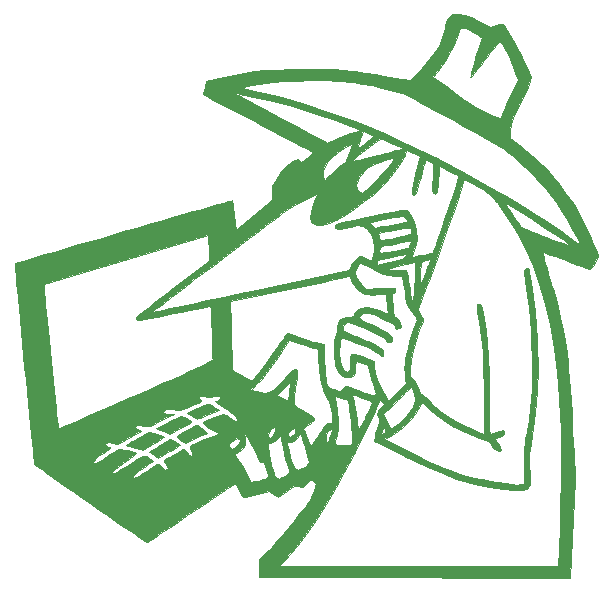
<source format=gto>
G04 #@! TF.GenerationSoftware,KiCad,Pcbnew,(5.1.2)-1*
G04 #@! TF.CreationDate,2019-07-09T23:17:51-04:00*
G04 #@! TF.ProjectId,SPIvSPI_SAO_White,53504976-5350-4495-9f53-414f5f576869,0*
G04 #@! TF.SameCoordinates,PX90f5600PY584f6c0*
G04 #@! TF.FileFunction,Legend,Top*
G04 #@! TF.FilePolarity,Positive*
%FSLAX46Y46*%
G04 Gerber Fmt 4.6, Leading zero omitted, Abs format (unit mm)*
G04 Created by KiCad (PCBNEW (5.1.2)-1) date 2019-07-09 23:17:51*
%MOMM*%
%LPD*%
G04 APERTURE LIST*
%ADD10C,0.010000*%
G04 APERTURE END LIST*
D10*
G36*
X-7792621Y-4722906D02*
G01*
X-7595455Y-4832146D01*
X-7520523Y-4877966D01*
X-7078382Y-5150018D01*
X-7995858Y-5519053D01*
X-8359332Y-5663551D01*
X-8662302Y-5780787D01*
X-8872164Y-5858364D01*
X-8955666Y-5884028D01*
X-9045946Y-5842337D01*
X-9235542Y-5738732D01*
X-9418724Y-5633337D01*
X-9839447Y-5386706D01*
X-9105506Y-5047624D01*
X-8679867Y-4853771D01*
X-8371595Y-4728209D01*
X-8144854Y-4667101D01*
X-7963808Y-4666612D01*
X-7792621Y-4722906D01*
X-7792621Y-4722906D01*
G37*
X-7792621Y-4722906D02*
X-7595455Y-4832146D01*
X-7520523Y-4877966D01*
X-7078382Y-5150018D01*
X-7995858Y-5519053D01*
X-8359332Y-5663551D01*
X-8662302Y-5780787D01*
X-8872164Y-5858364D01*
X-8955666Y-5884028D01*
X-9045946Y-5842337D01*
X-9235542Y-5738732D01*
X-9418724Y-5633337D01*
X-9839447Y-5386706D01*
X-9105506Y-5047624D01*
X-8679867Y-4853771D01*
X-8371595Y-4728209D01*
X-8144854Y-4667101D01*
X-7963808Y-4666612D01*
X-7792621Y-4722906D01*
G36*
X-9859721Y-5849923D02*
G01*
X-9621417Y-5979393D01*
X-9470853Y-6086551D01*
X-9440355Y-6145920D01*
X-9537417Y-6206402D01*
X-9752515Y-6327313D01*
X-10053475Y-6490907D01*
X-10395000Y-6672527D01*
X-11284000Y-7140625D01*
X-11833871Y-6931302D01*
X-12111851Y-6822888D01*
X-12319811Y-6736908D01*
X-12414282Y-6691362D01*
X-12415077Y-6690645D01*
X-12355316Y-6643951D01*
X-12169720Y-6537291D01*
X-11884615Y-6384989D01*
X-11526332Y-6201373D01*
X-11395571Y-6135874D01*
X-10344731Y-5612437D01*
X-9859721Y-5849923D01*
X-9859721Y-5849923D01*
G37*
X-9859721Y-5849923D02*
X-9621417Y-5979393D01*
X-9470853Y-6086551D01*
X-9440355Y-6145920D01*
X-9537417Y-6206402D01*
X-9752515Y-6327313D01*
X-10053475Y-6490907D01*
X-10395000Y-6672527D01*
X-11284000Y-7140625D01*
X-11833871Y-6931302D01*
X-12111851Y-6822888D01*
X-12319811Y-6736908D01*
X-12414282Y-6691362D01*
X-12415077Y-6690645D01*
X-12355316Y-6643951D01*
X-12169720Y-6537291D01*
X-11884615Y-6384989D01*
X-11526332Y-6201373D01*
X-11395571Y-6135874D01*
X-10344731Y-5612437D01*
X-9859721Y-5849923D01*
G36*
X-8875082Y-6446427D02*
G01*
X-8698597Y-6576454D01*
X-8502256Y-6733629D01*
X-8094283Y-7070758D01*
X-8334475Y-7171545D01*
X-8519652Y-7252068D01*
X-8807698Y-7380463D01*
X-9147601Y-7533927D01*
X-9284886Y-7596416D01*
X-9595491Y-7737335D01*
X-9839329Y-7846418D01*
X-9981886Y-7908304D01*
X-10004553Y-7916724D01*
X-10072499Y-7870239D01*
X-10236696Y-7755010D01*
X-10375324Y-7657052D01*
X-10569939Y-7501022D01*
X-10680972Y-7375666D01*
X-10691387Y-7327919D01*
X-10604225Y-7264042D01*
X-10404019Y-7144198D01*
X-10128808Y-6988886D01*
X-9816632Y-6818607D01*
X-9505530Y-6653863D01*
X-9233543Y-6515153D01*
X-9038709Y-6422978D01*
X-8963108Y-6396500D01*
X-8875082Y-6446427D01*
X-8875082Y-6446427D01*
G37*
X-8875082Y-6446427D02*
X-8698597Y-6576454D01*
X-8502256Y-6733629D01*
X-8094283Y-7070758D01*
X-8334475Y-7171545D01*
X-8519652Y-7252068D01*
X-8807698Y-7380463D01*
X-9147601Y-7533927D01*
X-9284886Y-7596416D01*
X-9595491Y-7737335D01*
X-9839329Y-7846418D01*
X-9981886Y-7908304D01*
X-10004553Y-7916724D01*
X-10072499Y-7870239D01*
X-10236696Y-7755010D01*
X-10375324Y-7657052D01*
X-10569939Y-7501022D01*
X-10680972Y-7375666D01*
X-10691387Y-7327919D01*
X-10604225Y-7264042D01*
X-10404019Y-7144198D01*
X-10128808Y-6988886D01*
X-9816632Y-6818607D01*
X-9505530Y-6653863D01*
X-9233543Y-6515153D01*
X-9038709Y-6422978D01*
X-8963108Y-6396500D01*
X-8875082Y-6446427D01*
G36*
X-12373089Y-7162130D02*
G01*
X-12078766Y-7260378D01*
X-11860322Y-7344634D01*
X-11756688Y-7399568D01*
X-11753165Y-7406239D01*
X-11822710Y-7464699D01*
X-12005474Y-7585675D01*
X-12267050Y-7748734D01*
X-12573031Y-7933443D01*
X-12889010Y-8119368D01*
X-13180581Y-8286076D01*
X-13413337Y-8413134D01*
X-13552872Y-8480107D01*
X-13570000Y-8485221D01*
X-13690157Y-8468675D01*
X-13918087Y-8411203D01*
X-14162666Y-8338205D01*
X-14454837Y-8252415D01*
X-14698006Y-8193434D01*
X-14818833Y-8175650D01*
X-14933412Y-8159395D01*
X-14944315Y-8107491D01*
X-14840922Y-8011436D01*
X-14612615Y-7862725D01*
X-14248775Y-7652857D01*
X-13981756Y-7505387D01*
X-12996512Y-6966615D01*
X-12373089Y-7162130D01*
X-12373089Y-7162130D01*
G37*
X-12373089Y-7162130D02*
X-12078766Y-7260378D01*
X-11860322Y-7344634D01*
X-11756688Y-7399568D01*
X-11753165Y-7406239D01*
X-11822710Y-7464699D01*
X-12005474Y-7585675D01*
X-12267050Y-7748734D01*
X-12573031Y-7933443D01*
X-12889010Y-8119368D01*
X-13180581Y-8286076D01*
X-13413337Y-8413134D01*
X-13552872Y-8480107D01*
X-13570000Y-8485221D01*
X-13690157Y-8468675D01*
X-13918087Y-8411203D01*
X-14162666Y-8338205D01*
X-14454837Y-8252415D01*
X-14698006Y-8193434D01*
X-14818833Y-8175650D01*
X-14933412Y-8159395D01*
X-14944315Y-8107491D01*
X-14840922Y-8011436D01*
X-14612615Y-7862725D01*
X-14248775Y-7652857D01*
X-13981756Y-7505387D01*
X-12996512Y-6966615D01*
X-12373089Y-7162130D01*
G36*
X-10854235Y-7801745D02*
G01*
X-10634481Y-7937203D01*
X-10484331Y-8042254D01*
X-10448119Y-8076689D01*
X-10505154Y-8136736D01*
X-10683725Y-8260444D01*
X-10956761Y-8430295D01*
X-11297189Y-8628773D01*
X-11330335Y-8647513D01*
X-12244176Y-9162860D01*
X-12631577Y-8943846D01*
X-12848525Y-8813671D01*
X-12988224Y-8715377D01*
X-13017029Y-8682500D01*
X-12947747Y-8625694D01*
X-12760235Y-8501665D01*
X-12482616Y-8328363D01*
X-12143014Y-8123736D01*
X-12121903Y-8111222D01*
X-11228726Y-7582279D01*
X-10854235Y-7801745D01*
X-10854235Y-7801745D01*
G37*
X-10854235Y-7801745D02*
X-10634481Y-7937203D01*
X-10484331Y-8042254D01*
X-10448119Y-8076689D01*
X-10505154Y-8136736D01*
X-10683725Y-8260444D01*
X-10956761Y-8430295D01*
X-11297189Y-8628773D01*
X-11330335Y-8647513D01*
X-12244176Y-9162860D01*
X-12631577Y-8943846D01*
X-12848525Y-8813671D01*
X-12988224Y-8715377D01*
X-13017029Y-8682500D01*
X-12947747Y-8625694D01*
X-12760235Y-8501665D01*
X-12482616Y-8328363D01*
X-12143014Y-8123736D01*
X-12121903Y-8111222D01*
X-11228726Y-7582279D01*
X-10854235Y-7801745D01*
G36*
X13174739Y28359835D02*
G01*
X13269334Y28352317D01*
X13511652Y28326677D01*
X13732528Y28284860D01*
X13961231Y28215152D01*
X14227034Y28105840D01*
X14559205Y27945211D01*
X14987015Y27721552D01*
X15395377Y27501531D01*
X15828086Y27266884D01*
X16351513Y27425365D01*
X16644825Y27507757D01*
X16822743Y27535286D01*
X16929139Y27510593D01*
X16984689Y27463507D01*
X17103402Y27301454D01*
X17282709Y27016584D01*
X17506880Y26637235D01*
X17760183Y26191743D01*
X18026889Y25708449D01*
X18291267Y25215690D01*
X18537585Y24741804D01*
X18750113Y24315130D01*
X18852449Y24098828D01*
X19332920Y23055822D01*
X19145280Y22490161D01*
X19039191Y22216891D01*
X18870427Y21836475D01*
X18658231Y21389970D01*
X18421845Y20918431D01*
X18293212Y20672177D01*
X18047292Y20205385D01*
X17869297Y19852779D01*
X17746584Y19579606D01*
X17666509Y19351113D01*
X17616431Y19132549D01*
X17583706Y18889160D01*
X17562415Y18663385D01*
X17496047Y17906917D01*
X18176690Y17420695D01*
X18460503Y17202127D01*
X18830529Y16893859D01*
X19252790Y16525475D01*
X19693308Y16126555D01*
X20075692Y15767411D01*
X20548054Y15307870D01*
X20933409Y14912494D01*
X21267886Y14539103D01*
X21587613Y14145520D01*
X21928719Y13689564D01*
X22289888Y13182424D01*
X22633593Y12686866D01*
X22916745Y12260213D01*
X23160947Y11864264D01*
X23387804Y11460816D01*
X23618916Y11011667D01*
X23875889Y10478616D01*
X24140697Y9909517D01*
X24379781Y9385906D01*
X24593086Y8909401D01*
X24770773Y8502748D01*
X24903006Y8188692D01*
X24979947Y7989980D01*
X24995667Y7932612D01*
X24953245Y7796601D01*
X24844548Y7581017D01*
X24697426Y7330391D01*
X24539729Y7089253D01*
X24399309Y6902131D01*
X24304015Y6813555D01*
X24294478Y6811500D01*
X24201065Y6839117D01*
X23975120Y6915634D01*
X23643054Y7031554D01*
X23231280Y7177379D01*
X22766211Y7343612D01*
X22274257Y7520754D01*
X21781831Y7699309D01*
X21315346Y7869777D01*
X20901214Y8022663D01*
X20565846Y8148467D01*
X20409518Y8208521D01*
X20343434Y8221263D01*
X20317769Y8172949D01*
X20333845Y8034199D01*
X20392987Y7775638D01*
X20436885Y7601033D01*
X20514019Y7315566D01*
X20631092Y6904922D01*
X20777411Y6405513D01*
X20942289Y5853751D01*
X21115036Y5286046D01*
X21147398Y5180900D01*
X21491610Y3981320D01*
X21802260Y2736419D01*
X22030850Y1667233D01*
X22115651Y1207694D01*
X22194355Y727866D01*
X22268107Y214627D01*
X22338056Y-345146D01*
X22405346Y-964578D01*
X22471125Y-1656791D01*
X22536539Y-2434909D01*
X22602735Y-3312055D01*
X22670860Y-4301352D01*
X22742060Y-5415924D01*
X22817482Y-6668894D01*
X22898273Y-8073385D01*
X22927731Y-8597833D01*
X23067284Y-11095500D01*
X22592180Y-19350500D01*
X15094424Y-19329943D01*
X13804929Y-19326317D01*
X12435130Y-19322298D01*
X11012835Y-19317978D01*
X9565857Y-19313447D01*
X8122007Y-19308796D01*
X6709094Y-19304117D01*
X5354931Y-19299498D01*
X4087327Y-19295033D01*
X2934094Y-19290810D01*
X1945167Y-19287010D01*
X-3706333Y-19264633D01*
X-3706333Y-18334500D01*
X-2030591Y-18334500D01*
X21582562Y-18334500D01*
X21638672Y-17043333D01*
X21720553Y-14995310D01*
X21781109Y-13102839D01*
X21820388Y-11353490D01*
X21838438Y-9734835D01*
X21835307Y-8234447D01*
X21811045Y-6839897D01*
X21765699Y-5538757D01*
X21699318Y-4318598D01*
X21688846Y-4160861D01*
X21500757Y-1958783D01*
X21243320Y97966D01*
X20913142Y2020022D01*
X20506828Y3818016D01*
X20020984Y5502584D01*
X19452216Y7084357D01*
X18797128Y8573970D01*
X18052328Y9982057D01*
X17214421Y11319251D01*
X16404023Y12435206D01*
X17135306Y12435206D01*
X17141663Y12392472D01*
X17228204Y12233452D01*
X17379912Y11981900D01*
X17581773Y11661570D01*
X17818772Y11296216D01*
X18075893Y10909590D01*
X18338122Y10525448D01*
X18386567Y10455730D01*
X18470991Y10374192D01*
X18628883Y10277304D01*
X18876610Y10157912D01*
X19230541Y10008864D01*
X19707044Y9823005D01*
X20322487Y9593181D01*
X20557144Y9507101D01*
X21195063Y9273911D01*
X21690691Y9093176D01*
X22060815Y8959315D01*
X22322220Y8866747D01*
X22491693Y8809893D01*
X22586020Y8783171D01*
X22621988Y8781002D01*
X22616383Y8797804D01*
X22585992Y8827997D01*
X22578434Y8835135D01*
X22395560Y8985761D01*
X22088047Y9212629D01*
X21675275Y9502921D01*
X21176624Y9843819D01*
X20611476Y10222505D01*
X19999212Y10626159D01*
X19359211Y11041964D01*
X18710856Y11457101D01*
X18073526Y11858752D01*
X17466602Y12234097D01*
X17135306Y12435206D01*
X16404023Y12435206D01*
X16381205Y12466627D01*
X16151043Y12756830D01*
X15949694Y12986020D01*
X15745948Y13178614D01*
X15508594Y13359031D01*
X15206421Y13551689D01*
X14808218Y13781007D01*
X14441459Y13984212D01*
X13666251Y14410706D01*
X13013534Y12494936D01*
X12746656Y11719465D01*
X12440227Y10842371D01*
X12105956Y9896206D01*
X11755553Y8913526D01*
X11400728Y7926882D01*
X11053189Y6968829D01*
X10724646Y6071920D01*
X10426808Y5268707D01*
X10171385Y4591745D01*
X10161056Y4564718D01*
X9706535Y3376270D01*
X9942768Y3002540D01*
X10077514Y2771691D01*
X10163048Y2591180D01*
X10179000Y2530533D01*
X10146024Y2408404D01*
X10059462Y2181589D01*
X9937864Y1898603D01*
X9934604Y1891378D01*
X9736090Y1395096D01*
X9547181Y818876D01*
X9376575Y201032D01*
X9232972Y-420122D01*
X9125072Y-1006273D01*
X9061575Y-1519107D01*
X9051179Y-1920310D01*
X9055757Y-1979092D01*
X9097091Y-2257998D01*
X9163769Y-2414795D01*
X9277130Y-2496656D01*
X9292689Y-2502855D01*
X9426528Y-2605368D01*
X9552039Y-2822362D01*
X9672749Y-3142088D01*
X9807012Y-3485227D01*
X9933552Y-3693084D01*
X10007736Y-3746796D01*
X10141113Y-3830272D01*
X10328002Y-4004125D01*
X10460632Y-4151652D01*
X10978414Y-4685974D01*
X11632639Y-5224762D01*
X12392195Y-5747992D01*
X13225972Y-6235639D01*
X14102860Y-6667679D01*
X14835667Y-6967676D01*
X15301334Y-7140035D01*
X15297122Y-4080101D01*
X15291352Y-2932890D01*
X15276338Y-1931623D01*
X15250455Y-1053080D01*
X15212080Y-274041D01*
X15159586Y428711D01*
X15091350Y1078396D01*
X15005746Y1698232D01*
X14901150Y2311439D01*
X14821085Y2723007D01*
X14734908Y3187684D01*
X14697211Y3511165D01*
X14709063Y3714812D01*
X14771537Y3819992D01*
X14877438Y3848167D01*
X14972956Y3811108D01*
X15060054Y3686624D01*
X15146074Y3454755D01*
X15238357Y3095539D01*
X15344244Y2589018D01*
X15348482Y2567373D01*
X15494553Y1657435D01*
X15608736Y588921D01*
X15690557Y-630350D01*
X15739545Y-1992560D01*
X15755226Y-3489891D01*
X15752211Y-4108864D01*
X15748382Y-4772259D01*
X15748786Y-5387246D01*
X15753102Y-5931734D01*
X15761007Y-6383632D01*
X15772178Y-6720849D01*
X15786292Y-6921293D01*
X15793902Y-6962118D01*
X15859345Y-7146737D01*
X16339885Y-6981407D01*
X16689758Y-6879881D01*
X16908983Y-6866194D01*
X17013129Y-6942779D01*
X17021772Y-7087989D01*
X16945872Y-7231976D01*
X16745882Y-7348574D01*
X16613667Y-7396292D01*
X16384186Y-7473645D01*
X16234061Y-7529208D01*
X16205709Y-7542771D01*
X16238140Y-7615817D01*
X16349666Y-7782855D01*
X16484836Y-7966186D01*
X16686014Y-8280647D01*
X16757771Y-8504772D01*
X16719159Y-8629641D01*
X16589232Y-8646332D01*
X16387044Y-8545926D01*
X16131650Y-8319503D01*
X16014503Y-8186380D01*
X15816562Y-7959347D01*
X15639333Y-7803263D01*
X15431134Y-7685839D01*
X15140281Y-7574786D01*
X14920334Y-7502800D01*
X13723793Y-7044686D01*
X12580475Y-6457398D01*
X11524924Y-5760870D01*
X10672980Y-5051901D01*
X10046673Y-4466999D01*
X9753003Y-5028268D01*
X9443427Y-5513441D01*
X9022125Y-6024976D01*
X8531857Y-6519891D01*
X8015380Y-6955202D01*
X7515453Y-7287926D01*
X7492501Y-7300636D01*
X6880336Y-7636121D01*
X9058835Y-8705362D01*
X9947861Y-9138392D01*
X10708624Y-9500809D01*
X11362370Y-9801502D01*
X11930346Y-10049361D01*
X12433797Y-10253277D01*
X12893971Y-10422138D01*
X13332112Y-10564836D01*
X13769468Y-10690260D01*
X13860672Y-10714570D01*
X14505388Y-10873710D01*
X15181118Y-11021466D01*
X15861650Y-11153811D01*
X16520773Y-11266721D01*
X17132276Y-11356170D01*
X17669948Y-11418134D01*
X18107578Y-11448586D01*
X18418956Y-11443503D01*
X18510545Y-11428639D01*
X18728694Y-11373887D01*
X18708347Y-9880027D01*
X18703314Y-9303139D01*
X18708928Y-8840592D01*
X18729622Y-8439140D01*
X18769829Y-8045538D01*
X18833984Y-7606538D01*
X18926520Y-7068895D01*
X18956116Y-6904500D01*
X19112545Y-5971648D01*
X19231960Y-5090123D01*
X19317058Y-4220352D01*
X19370538Y-3322763D01*
X19395097Y-2357781D01*
X19393434Y-1285835D01*
X19382594Y-649116D01*
X19348861Y498587D01*
X19296572Y1540189D01*
X19220743Y2535416D01*
X19116389Y3543992D01*
X18978526Y4625641D01*
X18890722Y5245167D01*
X18827058Y5685779D01*
X18771738Y6075625D01*
X18729700Y6379388D01*
X18705884Y6561746D01*
X18702996Y6587854D01*
X18746023Y6746495D01*
X18866987Y6860015D01*
X19006107Y6884349D01*
X19061272Y6851931D01*
X19105073Y6735918D01*
X19163461Y6475592D01*
X19232920Y6095005D01*
X19309934Y5618207D01*
X19390986Y5069249D01*
X19472560Y4472182D01*
X19551140Y3851056D01*
X19623210Y3229921D01*
X19685253Y2632829D01*
X19698473Y2493500D01*
X19848522Y389315D01*
X19895308Y-1610079D01*
X19837610Y-3535021D01*
X19674210Y-5415853D01*
X19403887Y-7282914D01*
X19277906Y-7969180D01*
X19187686Y-8449250D01*
X19129823Y-8812332D01*
X19101120Y-9106996D01*
X19098380Y-9381813D01*
X19118403Y-9685352D01*
X19146642Y-9962964D01*
X19201753Y-10502385D01*
X19231117Y-10902349D01*
X19232658Y-11191069D01*
X19204297Y-11396761D01*
X19143957Y-11547637D01*
X19049561Y-11671911D01*
X19018437Y-11704093D01*
X18919143Y-11797618D01*
X18821117Y-11858288D01*
X18689309Y-11891084D01*
X18488668Y-11900988D01*
X18184144Y-11892979D01*
X17811937Y-11875538D01*
X17085647Y-11815229D01*
X16252864Y-11704710D01*
X15365732Y-11552999D01*
X14476394Y-11369112D01*
X13636996Y-11162066D01*
X13552807Y-11139053D01*
X12976648Y-10961837D01*
X12325777Y-10726522D01*
X11587483Y-10427629D01*
X10749051Y-10059679D01*
X9797769Y-9617191D01*
X8720925Y-9094687D01*
X8139356Y-8805675D01*
X6010391Y-7740537D01*
X6066557Y-7389292D01*
X6129672Y-7118745D01*
X6643172Y-7118745D01*
X6709601Y-7147779D01*
X6880016Y-7072219D01*
X6987222Y-6984890D01*
X6979325Y-6857630D01*
X6943636Y-6771738D01*
X6865243Y-6645966D01*
X6794772Y-6659569D01*
X6717068Y-6823411D01*
X6669870Y-6968000D01*
X6643172Y-7118745D01*
X6129672Y-7118745D01*
X6130736Y-7114186D01*
X6237339Y-6773192D01*
X6325956Y-6534894D01*
X6434124Y-6251042D01*
X6478338Y-6066890D01*
X6464553Y-5927910D01*
X6406761Y-5794991D01*
X6303958Y-5531718D01*
X6305494Y-5507500D01*
X6812077Y-5507500D01*
X7149697Y-6124650D01*
X7487318Y-6741801D01*
X7795992Y-6513602D01*
X8053983Y-6313006D01*
X8301633Y-6105514D01*
X8346118Y-6065784D01*
X8545147Y-5853389D01*
X8792099Y-5546049D01*
X9049407Y-5194991D01*
X9279507Y-4851440D01*
X9443327Y-4569596D01*
X9510762Y-4415117D01*
X9527757Y-4274200D01*
X9490331Y-4090820D01*
X9394507Y-3808952D01*
X9388036Y-3791060D01*
X9285273Y-3518368D01*
X9201112Y-3314959D01*
X9156484Y-3229094D01*
X9086332Y-3272589D01*
X8916885Y-3419760D01*
X8666991Y-3652974D01*
X8355497Y-3954599D01*
X8001252Y-4307002D01*
X7962280Y-4346296D01*
X6812077Y-5507500D01*
X6305494Y-5507500D01*
X6317744Y-5314445D01*
X6459179Y-5088791D01*
X6576432Y-4960736D01*
X6868531Y-4660833D01*
X6709223Y-4450431D01*
X6589367Y-4316709D01*
X6515950Y-4279329D01*
X6513989Y-4281098D01*
X6466726Y-4370211D01*
X6365363Y-4581405D01*
X6225190Y-4882299D01*
X6074799Y-5211166D01*
X5823172Y-5751806D01*
X5511306Y-6399599D01*
X5154663Y-7124223D01*
X4768704Y-7895353D01*
X4368892Y-8682665D01*
X3970688Y-9455834D01*
X3589554Y-10184537D01*
X3240952Y-10838449D01*
X2940344Y-11387247D01*
X2793847Y-11645833D01*
X1917759Y-13118366D01*
X1072230Y-14444730D01*
X260200Y-15620699D01*
X-515390Y-16642049D01*
X-1251600Y-17504553D01*
X-1378372Y-17641187D01*
X-2030591Y-18334500D01*
X-3706333Y-18334500D01*
X-3706333Y-17780822D01*
X-2895314Y-16978161D01*
X-2657154Y-16729847D01*
X-2349178Y-16389798D01*
X-1989389Y-15979699D01*
X-1595787Y-15521232D01*
X-1186373Y-15036079D01*
X-779150Y-14545925D01*
X-392118Y-14072452D01*
X-43279Y-13637343D01*
X249366Y-13262281D01*
X467815Y-12968949D01*
X594068Y-12779030D01*
X600490Y-12767383D01*
X674797Y-12603014D01*
X782975Y-12333560D01*
X903122Y-12013821D01*
X917347Y-11974556D01*
X1139513Y-11358662D01*
X950877Y-11205914D01*
X762548Y-11084432D01*
X602764Y-11078620D01*
X427618Y-11198708D01*
X271425Y-11364229D01*
X98851Y-11548615D01*
X-31157Y-11626843D01*
X-183911Y-11623278D01*
X-328554Y-11588048D01*
X-487808Y-11552344D01*
X-622144Y-11553895D01*
X-770970Y-11607681D01*
X-973697Y-11728682D01*
X-1269734Y-11931875D01*
X-1313041Y-11962241D01*
X-1609906Y-12167580D01*
X-1860709Y-12335617D01*
X-2029070Y-12442234D01*
X-2072231Y-12465509D01*
X-2191535Y-12440553D01*
X-2383872Y-12330629D01*
X-2507432Y-12239223D01*
X-2841068Y-11971105D01*
X-3802867Y-12235468D01*
X-4194633Y-12343422D01*
X-4535181Y-12437764D01*
X-4786153Y-12507838D01*
X-4905107Y-12541751D01*
X-5001898Y-12520802D01*
X-5124768Y-12392081D01*
X-5289498Y-12136490D01*
X-5397866Y-11945429D01*
X-5750184Y-11307185D01*
X-6104092Y-11547435D01*
X-6245148Y-11643342D01*
X-6510602Y-11823979D01*
X-6884897Y-12078754D01*
X-7352477Y-12397077D01*
X-7897785Y-12768355D01*
X-8505263Y-13181997D01*
X-9159354Y-13627411D01*
X-9793399Y-14059203D01*
X-10465034Y-14515280D01*
X-11095411Y-14940781D01*
X-11670480Y-15326402D01*
X-12176188Y-15662841D01*
X-12598485Y-15940795D01*
X-12923318Y-16150961D01*
X-13136637Y-16284038D01*
X-13224389Y-16330721D01*
X-13224469Y-16330722D01*
X-13302073Y-16283836D01*
X-13504667Y-16149572D01*
X-13818419Y-15937518D01*
X-14229497Y-15657261D01*
X-14724072Y-15318390D01*
X-15288311Y-14930492D01*
X-15908383Y-14503157D01*
X-16570457Y-14045972D01*
X-17260702Y-13568526D01*
X-17965287Y-13080405D01*
X-18670379Y-12591200D01*
X-19362149Y-12110497D01*
X-20026764Y-11647886D01*
X-20650393Y-11212953D01*
X-21219206Y-10815287D01*
X-21719370Y-10464477D01*
X-22137055Y-10170111D01*
X-22458430Y-9941776D01*
X-22669662Y-9789060D01*
X-22752521Y-9725660D01*
X-22765293Y-9639336D01*
X-22776223Y-9543398D01*
X-17747853Y-9543398D01*
X-17695911Y-9628122D01*
X-17594881Y-9629218D01*
X-17382156Y-9534802D01*
X-17050470Y-9341130D01*
X-16693884Y-9111748D01*
X-16333928Y-8879497D01*
X-16011089Y-8681245D01*
X-15758520Y-8536671D01*
X-15609371Y-8465453D01*
X-15600980Y-8463011D01*
X-15438439Y-8460658D01*
X-15182486Y-8496098D01*
X-14880750Y-8557817D01*
X-14580858Y-8634300D01*
X-14330440Y-8714031D01*
X-14177122Y-8785496D01*
X-14152051Y-8813313D01*
X-14211098Y-8885914D01*
X-14388489Y-9031121D01*
X-14659771Y-9230531D01*
X-15000489Y-9465742D01*
X-15159508Y-9571500D01*
X-15608188Y-9871871D01*
X-15924142Y-10098116D01*
X-16120127Y-10262758D01*
X-16208899Y-10378321D01*
X-16203216Y-10457329D01*
X-16117257Y-10511764D01*
X-15990704Y-10485400D01*
X-15739325Y-10363896D01*
X-15374101Y-10153261D01*
X-14906010Y-9859504D01*
X-14802294Y-9792142D01*
X-14399895Y-9534559D01*
X-14039715Y-9313508D01*
X-13748368Y-9144582D01*
X-13552468Y-9043372D01*
X-13486372Y-9021166D01*
X-13327309Y-9055984D01*
X-13119472Y-9142074D01*
X-12914136Y-9251889D01*
X-12762579Y-9357884D01*
X-12716075Y-9432512D01*
X-12717107Y-9434425D01*
X-12800951Y-9505769D01*
X-12996685Y-9647861D01*
X-13274100Y-9839349D01*
X-13566764Y-10035032D01*
X-13984596Y-10325014D01*
X-14251095Y-10544378D01*
X-14368101Y-10694697D01*
X-14374333Y-10725687D01*
X-14350992Y-10833401D01*
X-14269803Y-10868355D01*
X-14114013Y-10824146D01*
X-13866872Y-10694375D01*
X-13511629Y-10472640D01*
X-13237196Y-10291166D01*
X-12896361Y-10066128D01*
X-12605748Y-9880354D01*
X-12394329Y-9751933D01*
X-12291077Y-9698952D01*
X-12287874Y-9698500D01*
X-12193501Y-9752627D01*
X-12029223Y-9889512D01*
X-11943418Y-9969863D01*
X-11765770Y-10130448D01*
X-11655774Y-10182504D01*
X-11566339Y-10142030D01*
X-11531899Y-10109684D01*
X-11460180Y-10012794D01*
X-11476711Y-9909841D01*
X-11594460Y-9747834D01*
X-11631247Y-9703743D01*
X-11769393Y-9520896D01*
X-11797836Y-9414024D01*
X-11742402Y-9350415D01*
X-11560397Y-9237862D01*
X-11298462Y-9084872D01*
X-10993550Y-8911911D01*
X-10682616Y-8739449D01*
X-10402612Y-8587952D01*
X-10190492Y-8477889D01*
X-10083210Y-8429726D01*
X-10078969Y-8429078D01*
X-9995398Y-8493164D01*
X-9863783Y-8653117D01*
X-9812586Y-8725411D01*
X-9616561Y-8944566D01*
X-9456428Y-9014048D01*
X-9361045Y-8952086D01*
X-9360535Y-8901664D01*
X-5813245Y-8901664D01*
X-5432006Y-9448248D01*
X-5194237Y-9814529D01*
X-4943343Y-10240657D01*
X-4742164Y-10617791D01*
X-4433562Y-11240750D01*
X-4048781Y-11188104D01*
X-3709406Y-11120135D01*
X-3363396Y-11019649D01*
X-3304166Y-10998143D01*
X-3065006Y-10889338D01*
X-2963558Y-10768379D01*
X-2974066Y-10580996D01*
X-3024860Y-10409634D01*
X-3099706Y-10162428D01*
X-3180695Y-9868599D01*
X-3194290Y-9816092D01*
X-3262213Y-9597841D01*
X-3341086Y-9507005D01*
X-3469734Y-9503975D01*
X-3495667Y-9508635D01*
X-3649212Y-9510841D01*
X-3745385Y-9414705D01*
X-3806984Y-9264042D01*
X-3921402Y-8978321D01*
X-4087809Y-8617512D01*
X-4284908Y-8222181D01*
X-4321974Y-8152301D01*
X-2942730Y-8152301D01*
X-2926130Y-8427156D01*
X-2917078Y-8536867D01*
X-2870334Y-8884488D01*
X-2787737Y-9310118D01*
X-2681626Y-9764644D01*
X-2564341Y-10198954D01*
X-2448223Y-10563936D01*
X-2345978Y-10809795D01*
X-2221890Y-10938384D01*
X-2036840Y-10947715D01*
X-1770858Y-10835157D01*
X-1561849Y-10706521D01*
X-1344737Y-10547593D01*
X-1201077Y-10413457D01*
X-1166333Y-10353053D01*
X-1192464Y-10233172D01*
X-1261472Y-10000774D01*
X-1359280Y-9702811D01*
X-1375213Y-9656384D01*
X-1489301Y-9276200D01*
X-1602948Y-8815441D01*
X-1694980Y-8361591D01*
X-1709805Y-8273950D01*
X-1752197Y-8035716D01*
X-1314628Y-8035716D01*
X-1287421Y-8238000D01*
X-1217281Y-8597386D01*
X-1108761Y-9019566D01*
X-980425Y-9441807D01*
X-850838Y-9801378D01*
X-773761Y-9973666D01*
X-613700Y-10158761D01*
X-390552Y-10197155D01*
X-89778Y-10091244D01*
X-82629Y-10087544D01*
X144663Y-9935479D01*
X341891Y-9758849D01*
X537781Y-9549110D01*
X280129Y-8664639D01*
X275631Y-8649703D01*
X3688771Y-8649703D01*
X3702000Y-8682500D01*
X3778082Y-8763270D01*
X3791664Y-8767166D01*
X3828029Y-8701660D01*
X3829000Y-8682500D01*
X3763912Y-8601086D01*
X3739337Y-8597833D01*
X3688771Y-8649703D01*
X275631Y-8649703D01*
X158647Y-8261331D01*
X37584Y-7882726D01*
X-66098Y-7580774D01*
X-116997Y-7448167D01*
X-206760Y-7250425D01*
X-262356Y-7192977D01*
X-308610Y-7257392D01*
X-323348Y-7294972D01*
X-487339Y-7535126D01*
X-747707Y-7730529D01*
X-1032957Y-7831280D01*
X-1098272Y-7835833D01*
X-1245965Y-7843327D01*
X-1311163Y-7895239D01*
X-1314628Y-8035716D01*
X-1752197Y-8035716D01*
X-1773614Y-7915358D01*
X-1838518Y-7610244D01*
X-1894219Y-7404859D01*
X-1914175Y-7356139D01*
X-1979426Y-7271285D01*
X-2028374Y-7332935D01*
X-2052810Y-7404550D01*
X-2178392Y-7588598D01*
X-2400633Y-7765828D01*
X-2651547Y-7889856D01*
X-2808590Y-7920183D01*
X-2890200Y-7934286D01*
X-2932834Y-7999835D01*
X-2942730Y-8152301D01*
X-4321974Y-8152301D01*
X-4491399Y-7832891D01*
X-4685985Y-7490207D01*
X-4801909Y-7306666D01*
X-2944017Y-7306666D01*
X-2906670Y-7464724D01*
X-2793138Y-7472865D01*
X-2602347Y-7331038D01*
X-2559485Y-7289348D01*
X-2509157Y-7216798D01*
X-1251000Y-7216798D01*
X-1201133Y-7374956D01*
X-1069692Y-7401673D01*
X-883915Y-7295252D01*
X-827666Y-7243166D01*
X-710471Y-7065890D01*
X-661290Y-6870813D01*
X-684422Y-6713750D01*
X-782035Y-6650500D01*
X-952869Y-6721538D01*
X-1119725Y-6893519D01*
X-1231506Y-7104737D01*
X-1251000Y-7216798D01*
X-2509157Y-7216798D01*
X-2426858Y-7098161D01*
X-2356673Y-6882284D01*
X-2354488Y-6692259D01*
X-2425863Y-6578624D01*
X-2479911Y-6565833D01*
X-2611363Y-6637588D01*
X-2755648Y-6815215D01*
X-2877396Y-7042257D01*
X-2941240Y-7262259D01*
X-2944017Y-7306666D01*
X-4801909Y-7306666D01*
X-4847367Y-7234693D01*
X-4925979Y-7132822D01*
X-5186470Y-6953446D01*
X-5481790Y-6905338D01*
X-5738333Y-6988063D01*
X-5772169Y-7034063D01*
X-5650794Y-7032988D01*
X-5557364Y-7019569D01*
X-5244962Y-7032194D01*
X-5028644Y-7182873D01*
X-4912138Y-7467726D01*
X-4891666Y-7711812D01*
X-4947980Y-8110072D01*
X-5130611Y-8424988D01*
X-5460093Y-8690770D01*
X-5490277Y-8709069D01*
X-5813245Y-8901664D01*
X-9360535Y-8901664D01*
X-9359272Y-8776910D01*
X-9476196Y-8512917D01*
X-9567856Y-8319515D01*
X-9584934Y-8185561D01*
X-9575130Y-8168444D01*
X-9453198Y-8094127D01*
X-9293711Y-8017788D01*
X-6268144Y-8017788D01*
X-6266017Y-8129351D01*
X-6231196Y-8216244D01*
X-6124285Y-8377644D01*
X-5989573Y-8411471D01*
X-5799387Y-8315309D01*
X-5610029Y-8161997D01*
X-5391544Y-7921270D01*
X-5331259Y-7723450D01*
X-5331916Y-7718362D01*
X-5409375Y-7556070D01*
X-5576285Y-7534360D01*
X-5834550Y-7653318D01*
X-5973981Y-7747605D01*
X-6179250Y-7905936D01*
X-6268144Y-8017788D01*
X-9293711Y-8017788D01*
X-9211421Y-7978400D01*
X-8889147Y-7837567D01*
X-8525724Y-7687936D01*
X-8160500Y-7545814D01*
X-7832823Y-7427506D01*
X-7632388Y-7363342D01*
X-7354303Y-7267912D01*
X-7217826Y-7178542D01*
X-7202015Y-7116166D01*
X-5992333Y-7116166D01*
X-5950000Y-7158500D01*
X-5907666Y-7116166D01*
X-5950000Y-7073833D01*
X-5992333Y-7116166D01*
X-7202015Y-7116166D01*
X-7194774Y-7087601D01*
X-7295183Y-6970180D01*
X-7467838Y-6918664D01*
X-7663459Y-6849584D01*
X-7919046Y-6699227D01*
X-8126522Y-6542844D01*
X-8318016Y-6380517D01*
X-8424494Y-6265495D01*
X-8432148Y-6175422D01*
X-8327166Y-6087944D01*
X-8095736Y-5980706D01*
X-7724050Y-5831354D01*
X-7674835Y-5811724D01*
X-7261497Y-5649239D01*
X-6968069Y-5548745D01*
X-6757444Y-5508837D01*
X-6592513Y-5528108D01*
X-6436170Y-5605155D01*
X-6251306Y-5738570D01*
X-6227289Y-5756891D01*
X-5991391Y-5920662D01*
X-5792931Y-6029963D01*
X-5701079Y-6057833D01*
X-5582660Y-6010146D01*
X-5586299Y-5884704D01*
X-5700562Y-5707932D01*
X-5914016Y-5506258D01*
X-5952618Y-5476444D01*
X-6160240Y-5307686D01*
X-6297677Y-5172313D01*
X-6331000Y-5116611D01*
X-6398153Y-5047234D01*
X-6437963Y-5041833D01*
X-6559343Y-4997160D01*
X-6771181Y-4880500D01*
X-7007087Y-4730596D01*
X-7469247Y-4419360D01*
X-7238790Y-4342541D01*
X-7050068Y-4220611D01*
X-7008333Y-4092623D01*
X-7024559Y-3987641D01*
X-7103061Y-3952134D01*
X-7288575Y-3973059D01*
X-7368166Y-3987704D01*
X-7961269Y-4045158D01*
X-8501140Y-3982480D01*
X-8721867Y-3973022D01*
X-8841075Y-4040268D01*
X-8833520Y-4156230D01*
X-8741949Y-4249469D01*
X-8635257Y-4346633D01*
X-8623181Y-4388092D01*
X-8710334Y-4431138D01*
X-8919320Y-4528666D01*
X-9217581Y-4665610D01*
X-9527198Y-4806381D01*
X-9920390Y-4979939D01*
X-10197547Y-5087807D01*
X-10394222Y-5139764D01*
X-10545965Y-5145587D01*
X-10669639Y-5120580D01*
X-11010730Y-5054255D01*
X-11336615Y-5044362D01*
X-11612427Y-5084514D01*
X-11803299Y-5168323D01*
X-11874362Y-5289402D01*
X-11864455Y-5339458D01*
X-11760188Y-5424911D01*
X-11518517Y-5465043D01*
X-11380775Y-5469581D01*
X-10945333Y-5473995D01*
X-12006491Y-6011358D01*
X-12427059Y-6223136D01*
X-12729530Y-6368206D01*
X-12946820Y-6456467D01*
X-13111848Y-6497816D01*
X-13257531Y-6502151D01*
X-13416786Y-6479370D01*
X-13505608Y-6462126D01*
X-13834504Y-6421908D01*
X-14072308Y-6438881D01*
X-14201504Y-6500838D01*
X-14204574Y-6595570D01*
X-14064000Y-6710873D01*
X-13944717Y-6768114D01*
X-13684435Y-6877555D01*
X-14671721Y-7435728D01*
X-15659006Y-7993901D01*
X-16135717Y-7916314D01*
X-16440666Y-7882547D01*
X-16640670Y-7893403D01*
X-16689956Y-7916256D01*
X-16738929Y-8054230D01*
X-16654735Y-8186427D01*
X-16469135Y-8268689D01*
X-16432500Y-8274227D01*
X-16338603Y-8293899D01*
X-16320494Y-8334998D01*
X-16394497Y-8414113D01*
X-16576932Y-8547836D01*
X-16884123Y-8752757D01*
X-16938072Y-8788110D01*
X-17332466Y-9057320D01*
X-17590007Y-9263087D01*
X-17724026Y-9420188D01*
X-17747853Y-9543398D01*
X-22776223Y-9543398D01*
X-22792764Y-9398213D01*
X-22833595Y-9016027D01*
X-22886451Y-8506510D01*
X-22949995Y-7883397D01*
X-23022888Y-7160422D01*
X-23103795Y-6351318D01*
X-23191379Y-5469820D01*
X-23284301Y-4529661D01*
X-23381226Y-3544575D01*
X-23480817Y-2528296D01*
X-23581736Y-1494558D01*
X-23682646Y-457095D01*
X-23782211Y570359D01*
X-23879094Y1574071D01*
X-23971957Y2540306D01*
X-24059463Y3455331D01*
X-24140277Y4305412D01*
X-24213059Y5076814D01*
X-24258831Y5566895D01*
X-21952000Y5566895D01*
X-21943965Y5279031D01*
X-21933275Y5109780D01*
X-21907453Y4797489D01*
X-21868145Y4358433D01*
X-21816996Y3808889D01*
X-21755652Y3165131D01*
X-21685758Y2443436D01*
X-21608960Y1660079D01*
X-21526903Y831337D01*
X-21441232Y-26514D01*
X-21353594Y-897200D01*
X-21265632Y-1764444D01*
X-21178993Y-2611970D01*
X-21095322Y-3423503D01*
X-21016265Y-4182766D01*
X-20943467Y-4873484D01*
X-20878573Y-5479381D01*
X-20823228Y-5984181D01*
X-20779079Y-6371608D01*
X-20747770Y-6625387D01*
X-20730948Y-6729242D01*
X-20729817Y-6730890D01*
X-20646814Y-6696962D01*
X-20420239Y-6599830D01*
X-20061516Y-6444485D01*
X-19582068Y-6235915D01*
X-18993318Y-5979113D01*
X-18306688Y-5679067D01*
X-17533602Y-5340769D01*
X-16685483Y-4969209D01*
X-15773755Y-4569376D01*
X-14809839Y-4146262D01*
X-14162666Y-3861971D01*
X-14153505Y-3857941D01*
X-2182333Y-3857941D01*
X-2114863Y-3922271D01*
X-1939531Y-4040301D01*
X-1737833Y-4161125D01*
X-1293333Y-4415642D01*
X-1193860Y-3776237D01*
X-1144305Y-3435974D01*
X-1106679Y-3136874D01*
X-1088475Y-2939019D01*
X-1088026Y-2927612D01*
X-1097002Y-2841278D01*
X-1145256Y-2829108D01*
X-1253924Y-2904165D01*
X-1444142Y-3079511D01*
X-1632000Y-3263833D01*
X-1873617Y-3508274D01*
X-2061234Y-3707549D01*
X-2167845Y-3832500D01*
X-2182333Y-3857941D01*
X-14153505Y-3857941D01*
X-13144389Y-3414066D01*
X-4393008Y-3414066D01*
X-3992255Y-3550616D01*
X-3595764Y-3656021D01*
X-3240756Y-3675326D01*
X-2903531Y-3597737D01*
X-2560389Y-3412461D01*
X-2187628Y-3108704D01*
X-1761549Y-2675673D01*
X-1719482Y-2628833D01*
X-1081666Y-2628833D01*
X-1039333Y-2671166D01*
X-997000Y-2628833D01*
X-1039333Y-2586500D01*
X-1081666Y-2628833D01*
X-1719482Y-2628833D01*
X-1547333Y-2437154D01*
X-1179147Y-2038669D01*
X-896464Y-1779516D01*
X-692961Y-1656751D01*
X-562314Y-1667433D01*
X-498200Y-1808620D01*
X-489000Y-1944714D01*
X-501139Y-2133346D01*
X-534425Y-2449448D01*
X-584164Y-2853142D01*
X-645659Y-3304547D01*
X-664399Y-3434426D01*
X-724048Y-3865439D01*
X-768748Y-4234122D01*
X-795222Y-4509438D01*
X-800194Y-4660351D01*
X-795719Y-4678669D01*
X-708804Y-4736444D01*
X-506408Y-4859758D01*
X-219868Y-5029780D01*
X78180Y-5203767D01*
X496358Y-5455282D01*
X769995Y-5651814D01*
X906339Y-5813438D01*
X912640Y-5960227D01*
X796146Y-6112255D01*
X564107Y-6289596D01*
X488639Y-6340406D01*
X216610Y-6528890D01*
X70564Y-6658372D01*
X30435Y-6755543D01*
X76157Y-6847094D01*
X93211Y-6866400D01*
X167076Y-7000410D01*
X285976Y-7287753D01*
X446387Y-7719540D01*
X569586Y-8068666D01*
X621525Y-8166454D01*
X635399Y-8174500D01*
X690887Y-8108556D01*
X823359Y-7927466D01*
X1014921Y-7656337D01*
X1134717Y-7483372D01*
X1915021Y-7483372D01*
X1923953Y-7581620D01*
X1988513Y-7778913D01*
X2065933Y-7814929D01*
X2164594Y-7688008D01*
X2243668Y-7518333D01*
X2386453Y-7133294D01*
X2438675Y-6874131D01*
X2399401Y-6747362D01*
X2355852Y-6735166D01*
X2208065Y-6809801D01*
X2066369Y-6996543D01*
X1959207Y-7239648D01*
X1915021Y-7483372D01*
X1134717Y-7483372D01*
X1247678Y-7320278D01*
X1334186Y-7193982D01*
X1603071Y-6804248D01*
X1798709Y-6535141D01*
X1940992Y-6365867D01*
X2049810Y-6275633D01*
X2145054Y-6243647D01*
X2239130Y-6247985D01*
X2395310Y-6256280D01*
X2460200Y-6188288D01*
X2472737Y-5999272D01*
X2472656Y-5979669D01*
X2432937Y-5366693D01*
X2326880Y-4817663D01*
X2163638Y-4371570D01*
X2050390Y-4180887D01*
X1926459Y-3958010D01*
X2683268Y-3958010D01*
X2687243Y-4047631D01*
X2724490Y-4254019D01*
X2777572Y-4492198D01*
X2904269Y-5207745D01*
X2957081Y-5948300D01*
X2934154Y-6651926D01*
X2857404Y-7158500D01*
X2769940Y-7550448D01*
X2723170Y-7807120D01*
X2725373Y-7959438D01*
X2784827Y-8038326D01*
X2909810Y-8074709D01*
X3108600Y-8099511D01*
X3109334Y-8099601D01*
X3429406Y-8129335D01*
X3735027Y-8142651D01*
X3829000Y-8141934D01*
X4011818Y-8126062D01*
X4102428Y-8062946D01*
X4139921Y-7905415D01*
X4152805Y-7751166D01*
X4155302Y-7480490D01*
X4137270Y-7083993D01*
X4102361Y-6603452D01*
X4054224Y-6080647D01*
X3996512Y-5557353D01*
X3932872Y-5075349D01*
X3900961Y-4868900D01*
X3809987Y-4314967D01*
X3260071Y-4123045D01*
X2982539Y-4031039D01*
X2776094Y-3971736D01*
X2683937Y-3957497D01*
X2683268Y-3958010D01*
X1926459Y-3958010D01*
X1850264Y-3820981D01*
X4167667Y-3820981D01*
X4185962Y-3908813D01*
X4234764Y-4121717D01*
X4304946Y-4420134D01*
X4335148Y-4546989D01*
X4425008Y-4980718D01*
X4502240Y-5455160D01*
X4550700Y-5870600D01*
X4551910Y-5885852D01*
X4586428Y-6311365D01*
X4621510Y-6597597D01*
X4669098Y-6742494D01*
X4741135Y-6744002D01*
X4849563Y-6600068D01*
X5006325Y-6308638D01*
X5223361Y-5867658D01*
X5274973Y-5761500D01*
X5473522Y-5348382D01*
X5642996Y-4986770D01*
X5770498Y-4704900D01*
X5843131Y-4531010D01*
X5855025Y-4491500D01*
X5781959Y-4429881D01*
X5581369Y-4329198D01*
X5286123Y-4204678D01*
X5013237Y-4101511D01*
X4668214Y-3979100D01*
X4391127Y-3884922D01*
X4214590Y-3829799D01*
X4167667Y-3820981D01*
X1850264Y-3820981D01*
X1794461Y-3720628D01*
X1584570Y-3122235D01*
X1426512Y-2412058D01*
X1326084Y-1616447D01*
X1289082Y-761749D01*
X1289000Y-719319D01*
X1289000Y34941D01*
X1056167Y81273D01*
X886399Y125010D01*
X596572Y209781D01*
X227362Y323347D01*
X-178212Y452708D01*
X-1179758Y777810D01*
X-1650361Y48155D01*
X-2130846Y-669293D01*
X-2631076Y-1366486D01*
X-3124114Y-2007942D01*
X-3583026Y-2558184D01*
X-3852179Y-2852116D01*
X-4393008Y-3414066D01*
X-13144389Y-3414066D01*
X-12979575Y-3341570D01*
X-11942963Y-2884299D01*
X-11043910Y-2486015D01*
X-10273499Y-2142573D01*
X-9622812Y-1849832D01*
X-9082929Y-1603648D01*
X-8644934Y-1399878D01*
X-8299907Y-1234378D01*
X-8038931Y-1103005D01*
X-7853086Y-1001617D01*
X-7733455Y-926070D01*
X-7671119Y-872220D01*
X-7656583Y-839414D01*
X-7662436Y-714321D01*
X-7672010Y-444487D01*
X-7684539Y-54446D01*
X-7699255Y431269D01*
X-7715392Y988125D01*
X-7729642Y1498667D01*
X-7751502Y2212357D01*
X-7774009Y2769225D01*
X-7798092Y3181780D01*
X-7824676Y3462533D01*
X-7854690Y3623995D01*
X-7889061Y3678675D01*
X-7891213Y3678834D01*
X-7994922Y3661864D01*
X-8244984Y3613577D01*
X-8622129Y3537912D01*
X-9107085Y3438806D01*
X-9680582Y3320195D01*
X-10323350Y3186016D01*
X-10990670Y3045584D01*
X-11714897Y2895002D01*
X-12372235Y2763034D01*
X-12945748Y2652765D01*
X-13418502Y2567278D01*
X-13773561Y2509658D01*
X-13993991Y2482988D01*
X-14062290Y2486258D01*
X-14111640Y2624495D01*
X-14107107Y2710109D01*
X-14035421Y2790666D01*
X-13841776Y2961704D01*
X-13575368Y3182825D01*
X-12758938Y3182825D01*
X-12696027Y3175409D01*
X-12638666Y3187724D01*
X-12533488Y3210385D01*
X-12274086Y3265561D01*
X-11871928Y3350828D01*
X-11338480Y3463763D01*
X-10685208Y3601942D01*
X-9923580Y3762942D01*
X-9065061Y3944338D01*
X-8507062Y4062193D01*
X-6184675Y4062193D01*
X-6129566Y2113680D01*
X-6110627Y1485398D01*
X-6089364Y849116D01*
X-6067315Y246384D01*
X-6046020Y-281252D01*
X-6027016Y-692243D01*
X-6022529Y-776887D01*
X-5970601Y-1718941D01*
X-4341333Y-2671281D01*
X-4061416Y-2353724D01*
X-3616671Y-1818986D01*
X-3117683Y-1165731D01*
X-2588052Y-425825D01*
X-2101836Y292167D01*
X-1856196Y663723D01*
X-1644716Y982094D01*
X-1484319Y1221921D01*
X-1391928Y1357846D01*
X-1376695Y1378748D01*
X-1291966Y1361435D01*
X-1085681Y1291987D01*
X-792878Y1182704D01*
X-581069Y1099462D01*
X-121961Y932280D01*
X401439Y766600D01*
X890576Y633175D01*
X983026Y611380D01*
X1778462Y430832D01*
X1819259Y-1014334D01*
X1843305Y-1618003D01*
X1877880Y-2134604D01*
X1920708Y-2537948D01*
X1969513Y-2801847D01*
X1976694Y-2826178D01*
X2049083Y-3023942D01*
X2140057Y-3153386D01*
X2293228Y-3250916D01*
X2552209Y-3352933D01*
X2648353Y-3386817D01*
X3203373Y-3580776D01*
X3342915Y-3337638D01*
X3468988Y-3170929D01*
X3585741Y-3096081D01*
X3592229Y-3095759D01*
X3708031Y-3124977D01*
X3949533Y-3204240D01*
X4284541Y-3322417D01*
X4680859Y-3468375D01*
X4802667Y-3514311D01*
X5212262Y-3664984D01*
X5571839Y-3788651D01*
X5848664Y-3874686D01*
X6009999Y-3912458D01*
X6030334Y-3912893D01*
X6128542Y-3822487D01*
X6146009Y-3684841D01*
X6107682Y-3501518D01*
X6018402Y-3225301D01*
X5902466Y-2928149D01*
X5762456Y-2547924D01*
X5640822Y-2131354D01*
X5580041Y-1854181D01*
X5489835Y-1327563D01*
X5032884Y-1152698D01*
X4771809Y-1057573D01*
X4573569Y-994063D01*
X4498800Y-977833D01*
X4454227Y-1053859D01*
X4426369Y-1247672D01*
X4421667Y-1388532D01*
X4386606Y-1849403D01*
X4279004Y-2163971D01*
X4095232Y-2340611D01*
X3993806Y-2375827D01*
X3620275Y-2378712D01*
X3283051Y-2226767D01*
X2999291Y-1933408D01*
X2786151Y-1512051D01*
X2750445Y-1403518D01*
X2681410Y-1073243D01*
X2636375Y-651945D01*
X2625705Y-411056D01*
X3084032Y-411056D01*
X3140677Y-897953D01*
X3245650Y-1317135D01*
X3390523Y-1642537D01*
X3566869Y-1848097D01*
X3739515Y-1909166D01*
X3859595Y-1847316D01*
X3940705Y-1653733D01*
X3985883Y-1316364D01*
X3998334Y-882583D01*
X4003720Y-604182D01*
X4030050Y-455424D01*
X4092576Y-396713D01*
X4188834Y-388080D01*
X4348101Y-416652D01*
X4621377Y-491126D01*
X4963857Y-598644D01*
X5183667Y-673577D01*
X5988000Y-956160D01*
X6042582Y-1538496D01*
X6122605Y-2044203D01*
X6275471Y-2550669D01*
X6516265Y-3098429D01*
X6852770Y-3715527D01*
X7240195Y-4378888D01*
X7975262Y-3647227D01*
X8710328Y-2915566D01*
X8634196Y-2391200D01*
X8598938Y-2000318D01*
X8590720Y-1564008D01*
X8601443Y-1316500D01*
X8650198Y-946578D01*
X8741542Y-466780D01*
X8864016Y77737D01*
X9006164Y641818D01*
X9156527Y1180306D01*
X9303650Y1648046D01*
X9436073Y1999882D01*
X9451938Y2035468D01*
X9557991Y2300833D01*
X9614223Y2511308D01*
X9611982Y2608332D01*
X9535116Y2719248D01*
X9385187Y2923381D01*
X9192374Y3179733D01*
X9160559Y3221548D01*
X8949714Y3515183D01*
X8817094Y3761727D01*
X8732805Y4032815D01*
X8666956Y4400077D01*
X8665927Y4406881D01*
X8601712Y4828805D01*
X8532265Y5280534D01*
X8475265Y5647334D01*
X8385701Y6218834D01*
X7798569Y6218834D01*
X7281921Y6256519D01*
X6777326Y6378754D01*
X6243130Y6599308D01*
X5954037Y6758140D01*
X7147201Y6758140D01*
X7280018Y6718890D01*
X7579932Y6700944D01*
X7978866Y6703135D01*
X8734838Y6720529D01*
X8816556Y6406181D01*
X8861585Y6194329D01*
X8920412Y5863399D01*
X8984747Y5462200D01*
X9035352Y5118167D01*
X9094485Y4715225D01*
X9150770Y4361794D01*
X9197388Y4098951D01*
X9225015Y3975167D01*
X9271831Y3902612D01*
X9315478Y3997098D01*
X9356014Y4259095D01*
X9393495Y4689078D01*
X9427977Y5287520D01*
X9453380Y5886256D01*
X9462392Y6126546D01*
X9925540Y6126546D01*
X9927384Y5825605D01*
X9935874Y5594213D01*
X9951378Y5472600D01*
X9961333Y5464945D01*
X10002775Y5553576D01*
X10090524Y5770483D01*
X10212519Y6084984D01*
X10356699Y6466398D01*
X10387412Y6548754D01*
X10529765Y6937081D01*
X10645115Y7262818D01*
X10723230Y7496207D01*
X10753877Y7607489D01*
X10753246Y7612619D01*
X10663771Y7607098D01*
X10467796Y7573682D01*
X10379482Y7555912D01*
X10148449Y7489721D01*
X10031739Y7388862D01*
X9977315Y7221242D01*
X9956231Y7044384D01*
X9940330Y6776163D01*
X9929978Y6456808D01*
X9925540Y6126546D01*
X9462392Y6126546D01*
X9509180Y7374011D01*
X8278849Y7117063D01*
X7747306Y6998156D01*
X7381248Y6898329D01*
X7181079Y6818139D01*
X7147201Y6758140D01*
X5954037Y6758140D01*
X5637682Y6931949D01*
X5633288Y6934589D01*
X5326301Y7105521D01*
X5177768Y7174174D01*
X6227738Y7174174D01*
X7296790Y7400309D01*
X7707696Y7490303D01*
X8062067Y7573663D01*
X8324900Y7641748D01*
X8461192Y7685918D01*
X8467632Y7689354D01*
X8591156Y7813452D01*
X8653076Y7908572D01*
X8693201Y8023975D01*
X8613222Y8038126D01*
X8590031Y8033575D01*
X8450244Y8005579D01*
X8184730Y7953890D01*
X7834131Y7886377D01*
X7512000Y7824795D01*
X7042962Y7734886D01*
X6714088Y7667611D01*
X6499284Y7613473D01*
X6372456Y7562977D01*
X6307511Y7506626D01*
X6278357Y7434923D01*
X6265382Y7371098D01*
X6227738Y7174174D01*
X5177768Y7174174D01*
X5064231Y7226651D01*
X4887544Y7280194D01*
X4850090Y7278783D01*
X4688180Y7156118D01*
X4539767Y6930931D01*
X4441436Y6668452D01*
X4421667Y6514899D01*
X4497195Y6149399D01*
X4711910Y5754436D01*
X4998783Y5412604D01*
X5310667Y5097384D01*
X6559500Y5152066D01*
X7808334Y5206748D01*
X7808334Y4993124D01*
X7770845Y4827664D01*
X7636409Y4779544D01*
X7629822Y4779500D01*
X7500539Y4746367D01*
X7490061Y4616865D01*
X7496147Y4589000D01*
X7521540Y4423673D01*
X7552600Y4137552D01*
X7584397Y3778846D01*
X7600061Y3573000D01*
X7640510Y3139271D01*
X7688705Y2868085D01*
X7745961Y2752775D01*
X7762946Y2747500D01*
X7922539Y2672518D01*
X8089234Y2475788D01*
X8228267Y2199642D01*
X8240398Y2166181D01*
X8303430Y1960782D01*
X8282101Y1857605D01*
X8148994Y1799399D01*
X8052819Y1774505D01*
X7894568Y1756412D01*
X7816520Y1837735D01*
X7779942Y1979290D01*
X7702282Y2177569D01*
X7563283Y2239449D01*
X7557722Y2239500D01*
X7395266Y2282384D01*
X7153499Y2393112D01*
X6959233Y2503043D01*
X6456554Y2775218D01*
X5977249Y2965572D01*
X5547033Y3068502D01*
X5191617Y3078406D01*
X4936715Y2989682D01*
X4893381Y2953120D01*
X4786882Y2824228D01*
X4758035Y2708919D01*
X4821922Y2593350D01*
X4993623Y2463677D01*
X5288219Y2306057D01*
X5720792Y2106646D01*
X5902862Y2026480D01*
X6443344Y1784774D01*
X6846590Y1588702D01*
X7133639Y1423710D01*
X7325528Y1275242D01*
X7443297Y1128743D01*
X7507984Y969657D01*
X7522425Y906000D01*
X7546425Y718709D01*
X7491180Y644267D01*
X7316844Y630836D01*
X7310917Y630834D01*
X7118933Y656165D01*
X7049477Y749092D01*
X7046334Y792896D01*
X6979097Y906216D01*
X6774002Y1057589D01*
X6425972Y1249651D01*
X5929929Y1485035D01*
X5280795Y1766376D01*
X4743118Y1987806D01*
X4336305Y2148165D01*
X4051680Y2246716D01*
X3857123Y2291384D01*
X3720512Y2290093D01*
X3632476Y2261806D01*
X3464667Y2105303D01*
X3366532Y1865164D01*
X3369248Y1622652D01*
X3377674Y1597661D01*
X3467597Y1531850D01*
X3686515Y1423098D01*
X4003886Y1285232D01*
X4389171Y1132081D01*
X4490787Y1093675D01*
X5189314Y824822D01*
X5739943Y593913D01*
X6157467Y391928D01*
X6456675Y209842D01*
X6652360Y38634D01*
X6759313Y-130719D01*
X6792325Y-307241D01*
X6792334Y-310261D01*
X6755453Y-530791D01*
X6654336Y-596547D01*
X6503270Y-502516D01*
X6442792Y-432905D01*
X6340941Y-317426D01*
X6215378Y-211447D01*
X6043172Y-103270D01*
X5801392Y18804D01*
X5467106Y166474D01*
X5017382Y351437D01*
X4506334Y554972D01*
X4011303Y750158D01*
X3652311Y880013D01*
X3406401Y937475D01*
X3250622Y915485D01*
X3162017Y806980D01*
X3117634Y604902D01*
X3094517Y302187D01*
X3084144Y117495D01*
X3084032Y-411056D01*
X2625705Y-411056D01*
X2615859Y-188790D01*
X2620379Y267060D01*
X2650455Y666442D01*
X2706605Y960192D01*
X2724971Y1011834D01*
X2791945Y1232533D01*
X2858423Y1545819D01*
X2900562Y1815684D01*
X2992015Y2242344D01*
X3150123Y2526323D01*
X3394593Y2687635D01*
X3745132Y2746297D01*
X3818040Y2747500D01*
X4068677Y2757922D01*
X4212391Y2811523D01*
X4311316Y2941812D01*
X4360458Y3040008D01*
X4591240Y3343774D01*
X4926514Y3525897D01*
X5351615Y3585049D01*
X5851878Y3519902D01*
X6412640Y3329127D01*
X6599503Y3242784D01*
X7177966Y2959167D01*
X7118174Y3594167D01*
X7087712Y3941230D01*
X7064218Y4252682D01*
X7052550Y4463775D01*
X7052357Y4470813D01*
X7046334Y4712458D01*
X6374322Y4652972D01*
X5852929Y4621281D01*
X5456043Y4638886D01*
X5143352Y4716241D01*
X4874542Y4863801D01*
X4609303Y5092021D01*
X4583771Y5117333D01*
X4295753Y5456246D01*
X4106524Y5785864D01*
X4075123Y5873070D01*
X3992611Y6079410D01*
X3907906Y6187947D01*
X3878046Y6192899D01*
X3780862Y6169991D01*
X3532604Y6115443D01*
X3147927Y6032376D01*
X2641485Y5923913D01*
X2027931Y5793177D01*
X1321918Y5643290D01*
X538101Y5477374D01*
X-308866Y5298552D01*
X-1199004Y5111067D01*
X-6184675Y4062193D01*
X-8507062Y4062193D01*
X-8121119Y4143708D01*
X-7103219Y4358628D01*
X-6022829Y4586673D01*
X-4891415Y4825422D01*
X-4281877Y4954018D01*
X3905579Y6681228D01*
X4043407Y7042125D01*
X4178428Y7289209D01*
X4379225Y7540523D01*
X4604016Y7754043D01*
X4811017Y7887742D01*
X4908440Y7912167D01*
X5040508Y7868159D01*
X5247725Y7756919D01*
X5349929Y7692483D01*
X5562282Y7572567D01*
X5722257Y7518967D01*
X5764594Y7523912D01*
X5833801Y7639303D01*
X5906042Y7872318D01*
X5970183Y8171838D01*
X5983409Y8264586D01*
X6451570Y8264586D01*
X6500318Y8196844D01*
X6628068Y8175408D01*
X6856767Y8196509D01*
X7208360Y8256379D01*
X7695101Y8349378D01*
X8131324Y8435110D01*
X8504751Y8511533D01*
X8785570Y8572309D01*
X8943969Y8611096D01*
X8967713Y8619992D01*
X9010248Y8714904D01*
X9071008Y8902732D01*
X9075036Y8916668D01*
X9110194Y9117412D01*
X9059179Y9182167D01*
X9059075Y9182167D01*
X8946664Y9167279D01*
X8700164Y9126352D01*
X8351836Y9064993D01*
X7933941Y8988805D01*
X7758796Y8956232D01*
X7279660Y8864029D01*
X6942113Y8790831D01*
X6720608Y8728453D01*
X6589597Y8668712D01*
X6523534Y8603424D01*
X6503300Y8554065D01*
X6459880Y8382403D01*
X6451570Y8264586D01*
X5983409Y8264586D01*
X6015091Y8486746D01*
X6029861Y8741835D01*
X5955975Y9294032D01*
X5746189Y9778124D01*
X5689995Y9844464D01*
X6311873Y9844464D01*
X6400299Y9513173D01*
X6484001Y9289406D01*
X6582041Y9215241D01*
X6619363Y9220031D01*
X6746352Y9248669D01*
X7006208Y9301345D01*
X7365268Y9371427D01*
X7789866Y9452281D01*
X7956500Y9483535D01*
X8441232Y9575633D01*
X8781741Y9649894D01*
X9000281Y9719452D01*
X9119108Y9797442D01*
X9160476Y9896998D01*
X9146638Y10031254D01*
X9112555Y10165839D01*
X9078210Y10259034D01*
X9012569Y10303089D01*
X8875613Y10302802D01*
X8627323Y10262972D01*
X8499878Y10239295D01*
X8150054Y10174555D01*
X7711500Y10094620D01*
X7262250Y10013686D01*
X7123603Y9988938D01*
X6311873Y9844464D01*
X5689995Y9844464D01*
X5415706Y10168271D01*
X5050232Y10407213D01*
X4900580Y10471451D01*
X4762097Y10502318D01*
X4591605Y10498524D01*
X4345926Y10458778D01*
X3981883Y10381792D01*
X3947698Y10374282D01*
X3472654Y10274048D01*
X3137872Y10216972D01*
X2919727Y10203607D01*
X2794593Y10234506D01*
X2738847Y10310223D01*
X2728334Y10402818D01*
X2752251Y10533255D01*
X2852004Y10616156D01*
X3069593Y10682128D01*
X3130500Y10695887D01*
X3320092Y10737405D01*
X5614390Y10737405D01*
X5645104Y10668469D01*
X5752518Y10538625D01*
X5887573Y10400358D01*
X6001207Y10306153D01*
X6030334Y10292429D01*
X6123726Y10304358D01*
X6354629Y10342651D01*
X6694159Y10402269D01*
X7113431Y10478176D01*
X7417013Y10534233D01*
X7873205Y10621153D01*
X8268493Y10700380D01*
X8573909Y10765794D01*
X8760485Y10811277D01*
X8804315Y10827260D01*
X8802138Y10927142D01*
X8711554Y11075645D01*
X8577680Y11217246D01*
X8445629Y11296423D01*
X8420215Y11299966D01*
X8293349Y11284440D01*
X8041757Y11241590D01*
X7699484Y11178241D01*
X7300574Y11101219D01*
X6879069Y11017349D01*
X6469014Y10933458D01*
X6104454Y10856370D01*
X5819430Y10792913D01*
X5647989Y10749911D01*
X5614390Y10737405D01*
X3320092Y10737405D01*
X4314544Y10955176D01*
X5338382Y11177153D01*
X6206756Y11362803D01*
X6924405Y11513112D01*
X7496069Y11629065D01*
X7926489Y11711648D01*
X8220405Y11761846D01*
X8325964Y11776049D01*
X8801261Y11828545D01*
X9052292Y11457856D01*
X9405676Y10792549D01*
X9597663Y10088083D01*
X9626871Y9360693D01*
X9491921Y8626618D01*
X9330533Y8187334D01*
X9251541Y7976885D01*
X9228761Y7847316D01*
X9243108Y7827500D01*
X9353781Y7843445D01*
X9579998Y7885402D01*
X9879165Y7944557D01*
X10208685Y8012096D01*
X10525963Y8079205D01*
X10788402Y8137070D01*
X10953407Y8176877D01*
X10988060Y8188575D01*
X11025646Y8279021D01*
X11109726Y8507412D01*
X11233203Y8853092D01*
X11388980Y9295408D01*
X11569959Y9813702D01*
X11769044Y10387319D01*
X11979138Y10995605D01*
X12193143Y11617903D01*
X12403963Y12233558D01*
X12604500Y12821914D01*
X12787657Y13362317D01*
X12946338Y13834110D01*
X13073445Y14216639D01*
X13161882Y14489247D01*
X13204550Y14631280D01*
X13207127Y14647018D01*
X13116406Y14702795D01*
X12918698Y14811633D01*
X12650477Y14954598D01*
X12348214Y15112761D01*
X12048381Y15267189D01*
X11787450Y15398952D01*
X11601894Y15489118D01*
X11528185Y15518755D01*
X11528089Y15518547D01*
X11520844Y15428096D01*
X11505021Y15201304D01*
X11482838Y14870820D01*
X11456516Y14469290D01*
X11452167Y14402145D01*
X11413978Y13898152D01*
X11370805Y13543340D01*
X11316180Y13317565D01*
X11243635Y13200681D01*
X11146703Y13172544D01*
X11064154Y13193594D01*
X11009676Y13229296D01*
X10973744Y13304394D01*
X10954755Y13444882D01*
X10951110Y13676752D01*
X10961209Y14025999D01*
X10983070Y14510718D01*
X11044214Y15773263D01*
X10698087Y15949845D01*
X10351959Y16126426D01*
X10292904Y15892796D01*
X10251601Y15728769D01*
X10178228Y15436757D01*
X10081890Y15053028D01*
X9971694Y14613846D01*
X9927711Y14438491D01*
X9780954Y13884388D01*
X9654725Y13484269D01*
X9541978Y13225046D01*
X9435670Y13093631D01*
X9328756Y13076934D01*
X9231128Y13144172D01*
X9200447Y13213545D01*
X9198397Y13347660D01*
X9228449Y13567039D01*
X9294071Y13892198D01*
X9398733Y14343659D01*
X9512383Y14807460D01*
X9899504Y16364882D01*
X9327849Y16617377D01*
X8756194Y16869871D01*
X8609548Y16485884D01*
X8315764Y15881883D01*
X7886167Y15230550D01*
X7340746Y14550883D01*
X6699491Y13861875D01*
X5982392Y13182524D01*
X5209437Y12531824D01*
X4400618Y11928772D01*
X3575922Y11392363D01*
X2796962Y10962303D01*
X2166174Y10682584D01*
X1639325Y10526063D01*
X1219181Y10492883D01*
X908505Y10583187D01*
X710063Y10797119D01*
X684852Y10852816D01*
X637860Y11138915D01*
X666087Y11529306D01*
X761666Y11980737D01*
X916728Y12449951D01*
X1018536Y12687211D01*
X1270819Y13226327D01*
X581410Y12864525D01*
X228412Y12687095D01*
X-111584Y12529500D01*
X-380815Y12418112D01*
X-446517Y12395276D01*
X-580157Y12322516D01*
X-843743Y12148904D01*
X-1233367Y11877300D01*
X-1745118Y11510563D01*
X-2375087Y11051553D01*
X-3119363Y10503129D01*
X-3974036Y9868151D01*
X-4935197Y9149478D01*
X-5998936Y8349970D01*
X-6669517Y7844186D01*
X-7552064Y7177397D01*
X-8397369Y6538085D01*
X-9195452Y5933840D01*
X-9936331Y5372248D01*
X-10610022Y4860898D01*
X-11206545Y4407377D01*
X-11715917Y4019274D01*
X-12128156Y3704176D01*
X-12433280Y3469670D01*
X-12621308Y3323345D01*
X-12681000Y3274592D01*
X-12758938Y3182825D01*
X-13575368Y3182825D01*
X-13539838Y3212315D01*
X-13143274Y3531593D01*
X-12665748Y3908629D01*
X-12120929Y4332516D01*
X-11522481Y4792348D01*
X-11008833Y5182897D01*
X-7939666Y7505758D01*
X-7950733Y7984129D01*
X-7964654Y8330850D01*
X-7989561Y8745312D01*
X-8014233Y9067305D01*
X-8066666Y9672109D01*
X-21952000Y5566895D01*
X-24258831Y5566895D01*
X-24276475Y5755805D01*
X-24329186Y6328649D01*
X-24369856Y6781614D01*
X-24397147Y7100966D01*
X-24409723Y7272969D01*
X-24409924Y7299750D01*
X-24325989Y7327890D01*
X-24092022Y7398928D01*
X-23720538Y7509258D01*
X-23224049Y7655277D01*
X-22615069Y7833381D01*
X-21906110Y8039964D01*
X-21109686Y8271424D01*
X-20238311Y8524156D01*
X-19304497Y8794555D01*
X-18320757Y9079017D01*
X-17299605Y9373938D01*
X-16253554Y9675713D01*
X-15195117Y9980739D01*
X-14136808Y10285411D01*
X-13091138Y10586125D01*
X-12070623Y10879276D01*
X-11087774Y11161261D01*
X-10155106Y11428475D01*
X-9285130Y11677313D01*
X-8490361Y11904172D01*
X-7783312Y12105448D01*
X-7176495Y12277535D01*
X-6682424Y12416830D01*
X-6313613Y12519728D01*
X-6082574Y12582625D01*
X-6001854Y12601963D01*
X-5981442Y12512329D01*
X-5947357Y12284674D01*
X-5903680Y11949374D01*
X-5854494Y11536808D01*
X-5832520Y11341891D01*
X-5696000Y10110019D01*
X-4150833Y11356253D01*
X-2605666Y12602488D01*
X-2605666Y13880844D01*
X-2565059Y13940511D01*
X4525857Y13940511D01*
X4590614Y13611799D01*
X4673750Y13479000D01*
X4836212Y13320961D01*
X4987080Y13246744D01*
X4999312Y13245949D01*
X5105826Y13303863D01*
X5304262Y13463481D01*
X5570297Y13703375D01*
X5879610Y14002118D01*
X6032389Y14156116D01*
X6476464Y14622882D01*
X6893584Y15085756D01*
X7260020Y15516792D01*
X7552042Y15888048D01*
X7745924Y16171578D01*
X7750768Y16179787D01*
X7697798Y16194391D01*
X7511965Y16163846D01*
X7221799Y16094249D01*
X6855831Y15991696D01*
X6818598Y15980593D01*
X6256277Y15796152D01*
X5822705Y15609838D01*
X5478843Y15396946D01*
X5185654Y15132773D01*
X4904099Y14792616D01*
X4871307Y14748334D01*
X4619624Y14320655D01*
X4525857Y13940511D01*
X-2565059Y13940511D01*
X-2028711Y14728607D01*
X1665966Y14728607D01*
X1706741Y14573209D01*
X1782811Y14410276D01*
X1838735Y14346834D01*
X1913039Y14404408D01*
X2074349Y14558879D01*
X2294650Y14782871D01*
X2425943Y14920621D01*
X2705753Y15199084D01*
X2984775Y15446448D01*
X3216280Y15622245D01*
X3281303Y15661455D01*
X3434015Y15755722D01*
X3551465Y15873713D01*
X3603030Y15961167D01*
X4167667Y15961167D01*
X4245459Y15959611D01*
X4463105Y15997133D01*
X4797004Y16068567D01*
X5223558Y16168750D01*
X5719168Y16292516D01*
X5924500Y16345650D01*
X6473556Y16489063D01*
X6993000Y16624689D01*
X7451170Y16744264D01*
X7816402Y16839527D01*
X8057033Y16902212D01*
X8092596Y16911458D01*
X8503859Y17018290D01*
X7584596Y17419099D01*
X7220012Y17575673D01*
X6912048Y17703451D01*
X6693741Y17789027D01*
X6598843Y17819037D01*
X6505860Y17769752D01*
X6308912Y17636230D01*
X6034480Y17438706D01*
X5709043Y17197417D01*
X5359083Y16932600D01*
X5011081Y16664489D01*
X4691516Y16413322D01*
X4426869Y16199334D01*
X4243622Y16042762D01*
X4168254Y15963841D01*
X4167667Y15961167D01*
X3603030Y15961167D01*
X3656765Y16052301D01*
X3773025Y16328359D01*
X3878927Y16614919D01*
X4033465Y17043533D01*
X4591000Y17043533D01*
X4652483Y17056710D01*
X4818504Y17157731D01*
X5061427Y17328594D01*
X5268334Y17484679D01*
X5552488Y17710327D01*
X5777968Y17900474D01*
X5916158Y18030330D01*
X5945667Y18071458D01*
X5874252Y18136117D01*
X5690694Y18235199D01*
X5527183Y18308171D01*
X5108700Y18482085D01*
X4849850Y17804226D01*
X4732033Y17486557D01*
X4642283Y17227172D01*
X4594918Y17068148D01*
X4591000Y17043533D01*
X4033465Y17043533D01*
X4162474Y17401338D01*
X3566369Y17088094D01*
X2998703Y16742273D01*
X2512603Y16352049D01*
X2122175Y15936495D01*
X1841522Y15514687D01*
X1684751Y15105699D01*
X1665966Y14728607D01*
X-2028711Y14728607D01*
X-1991833Y14782794D01*
X-1743159Y15147469D01*
X-1555026Y15405548D01*
X-1389630Y15588284D01*
X-1209168Y15726929D01*
X-975836Y15852735D01*
X-651829Y15996954D01*
X-385479Y16110758D01*
X-308956Y16065859D01*
X-254252Y15962752D01*
X-213004Y15883282D01*
X-149180Y15867963D01*
X-33657Y15929751D01*
X162684Y16081603D01*
X336491Y16225591D01*
X577025Y16430351D01*
X754539Y16588740D01*
X839632Y16674260D01*
X842681Y16681804D01*
X766404Y16723215D01*
X553145Y16836728D01*
X215757Y17015551D01*
X-232910Y17252895D01*
X-780005Y17541970D01*
X-1412674Y17875985D01*
X-2118067Y18248150D01*
X-2883333Y18651676D01*
X-3695619Y19079772D01*
X-3791000Y19130025D01*
X-4608096Y19560685D01*
X-5379811Y19967744D01*
X-6093268Y20344389D01*
X-6735591Y20683808D01*
X-7293904Y20979187D01*
X-7755330Y21223714D01*
X-8106993Y21410575D01*
X-8336017Y21532959D01*
X-8429525Y21584052D01*
X-8430998Y21585039D01*
X-8423929Y21672321D01*
X-8421324Y21684650D01*
X-5794740Y21684650D01*
X-5726483Y21642224D01*
X-5523089Y21528524D01*
X-5199123Y21351407D01*
X-4769154Y21118729D01*
X-4247748Y20838349D01*
X-3649475Y20518124D01*
X-2988900Y20165912D01*
X-2326396Y19813868D01*
X-1601532Y19429034D01*
X-909318Y19061027D01*
X-266891Y18718995D01*
X308608Y18412084D01*
X800044Y18149441D01*
X1190277Y17940214D01*
X1462169Y17793550D01*
X1585334Y17726083D01*
X1826620Y17596190D01*
X2008029Y17508092D01*
X2074581Y17484263D01*
X2178479Y17517479D01*
X2387064Y17609095D01*
X2651278Y17737343D01*
X2960204Y17878670D01*
X3365321Y18043958D01*
X3801067Y18207071D01*
X4020676Y18283253D01*
X4397012Y18410977D01*
X4632401Y18498290D01*
X4746717Y18557795D01*
X4759837Y18602091D01*
X4691635Y18643778D01*
X4629312Y18669124D01*
X2687764Y19400829D01*
X856237Y20032419D01*
X-886766Y20570443D01*
X-2562743Y21021446D01*
X-4193191Y21391978D01*
X-4538710Y21461537D01*
X-4972325Y21545322D01*
X-5342193Y21613893D01*
X-5618890Y21662023D01*
X-5772990Y21684486D01*
X-5794740Y21684650D01*
X-8421324Y21684650D01*
X-8380542Y21877633D01*
X-8312525Y22147721D01*
X-8308499Y22162771D01*
X-5454493Y22162771D01*
X-5363924Y22135162D01*
X-5136792Y22081548D01*
X-4802705Y22008496D01*
X-4391271Y21922574D01*
X-4161276Y21875930D01*
X-2154448Y21417232D01*
X-55938Y20830648D01*
X2121440Y20121536D01*
X4364874Y19295257D01*
X6661554Y18357171D01*
X8998666Y17312639D01*
X11363398Y16167021D01*
X13742939Y14925677D01*
X16124476Y13593967D01*
X17333334Y12883142D01*
X18485060Y12181506D01*
X19627192Y11460887D01*
X20723070Y10745182D01*
X21736037Y10058284D01*
X22540334Y9488948D01*
X22873344Y9248380D01*
X23152724Y9048530D01*
X23352296Y8907978D01*
X23445880Y8845303D01*
X23449433Y8843726D01*
X23428843Y8913971D01*
X23355286Y9097521D01*
X23255277Y9330334D01*
X22905349Y10048414D01*
X22460918Y10840116D01*
X21949716Y11661873D01*
X21399474Y12470118D01*
X20837923Y13221286D01*
X20562623Y13560596D01*
X20105387Y14078783D01*
X19560080Y14652105D01*
X18965652Y15242819D01*
X18361048Y15813179D01*
X17785218Y16325443D01*
X17291000Y16731124D01*
X16992999Y16942363D01*
X16557627Y17220335D01*
X15982193Y17566619D01*
X15264001Y17982792D01*
X14400359Y18470432D01*
X13388572Y19031118D01*
X13015334Y19235936D01*
X12286429Y19634668D01*
X11589873Y20014965D01*
X10942410Y20367737D01*
X10360783Y20683895D01*
X9861734Y20954349D01*
X9462006Y21170011D01*
X9178343Y21321790D01*
X9032992Y21397840D01*
X8601241Y21582681D01*
X8031906Y21776813D01*
X7355893Y21972622D01*
X6604105Y22162494D01*
X5807447Y22338815D01*
X4996822Y22493972D01*
X4203135Y22620350D01*
X3913667Y22659085D01*
X3420796Y22704846D01*
X2794187Y22737820D01*
X2068932Y22758246D01*
X1280124Y22766361D01*
X462856Y22762403D01*
X-347778Y22746613D01*
X-1116686Y22719226D01*
X-1808775Y22680483D01*
X-2388951Y22630620D01*
X-2521000Y22615388D01*
X-3152220Y22535051D01*
X-3748181Y22454685D01*
X-4287591Y22377578D01*
X-4749156Y22307013D01*
X-5111583Y22246277D01*
X-5353580Y22198654D01*
X-5453853Y22167431D01*
X-5454493Y22162771D01*
X-8308499Y22162771D01*
X-8168386Y22686500D01*
X-6659284Y23053628D01*
X-5806103Y23245608D01*
X-4960385Y23401873D01*
X-4094263Y23525090D01*
X-3179872Y23617924D01*
X-2189345Y23683040D01*
X-1094815Y23723105D01*
X131582Y23740784D01*
X538127Y23742131D01*
X1280895Y23741925D01*
X1886908Y23738262D01*
X2388738Y23729235D01*
X2818956Y23712936D01*
X3210135Y23687458D01*
X3594845Y23650892D01*
X4005658Y23601332D01*
X4475145Y23536869D01*
X4771461Y23494185D01*
X5406162Y23398945D01*
X6089570Y23291327D01*
X6764885Y23180607D01*
X7375311Y23076063D01*
X7783772Y23002170D01*
X9071543Y22760805D01*
X9391936Y23087745D01*
X11042194Y23087745D01*
X12015158Y22336789D01*
X12849721Y21708231D01*
X13590998Y21184233D01*
X14263662Y20747867D01*
X14742175Y20465549D01*
X15053967Y20298795D01*
X15415527Y20119086D01*
X15789936Y19943102D01*
X16140277Y19787527D01*
X16429631Y19669044D01*
X16621080Y19604335D01*
X16663791Y19597201D01*
X16735829Y19670114D01*
X16843463Y19864262D01*
X16966012Y20141171D01*
X16993162Y20210000D01*
X17125784Y20535892D01*
X17307128Y20957603D01*
X17512388Y21418417D01*
X17698926Y21823668D01*
X18167776Y22823503D01*
X17973096Y23432335D01*
X17813444Y23884402D01*
X17621902Y24353013D01*
X17412423Y24811417D01*
X17198959Y25232863D01*
X16995461Y25590600D01*
X16815883Y25857878D01*
X16674177Y26007947D01*
X16617810Y26030834D01*
X16544658Y25966452D01*
X16385108Y25786017D01*
X16154822Y25508589D01*
X15869468Y25153232D01*
X15544710Y24739009D01*
X15367925Y24509884D01*
X15033176Y24078222D01*
X14733669Y23700631D01*
X14484113Y23394948D01*
X14299220Y23179013D01*
X14193703Y23070664D01*
X14174883Y23063234D01*
X14187100Y23175849D01*
X14243891Y23420366D01*
X14336933Y23767826D01*
X14457906Y24189272D01*
X14598489Y24655744D01*
X14750359Y25138286D01*
X14905196Y25607938D01*
X14911333Y25626047D01*
X15161825Y26364261D01*
X14753887Y26663715D01*
X14245864Y26987103D01*
X13795193Y27171922D01*
X13493771Y27216167D01*
X13340957Y27199661D01*
X13249056Y27121412D01*
X13181181Y26938322D01*
X13149557Y26814000D01*
X13031174Y26452112D01*
X12835090Y25991895D01*
X12581942Y25472873D01*
X12292366Y24934573D01*
X11986996Y24416519D01*
X11686468Y23958238D01*
X11585636Y23818456D01*
X11042194Y23087745D01*
X9391936Y23087745D01*
X9740390Y23443319D01*
X10079328Y23806137D01*
X10439489Y24220218D01*
X10792901Y24650569D01*
X11111593Y25062194D01*
X11367591Y25420100D01*
X11527664Y25679274D01*
X11704626Y26083119D01*
X11867643Y26579476D01*
X11993566Y27091773D01*
X12042729Y27382857D01*
X12095336Y27701348D01*
X12167887Y27909885D01*
X12287088Y28067712D01*
X12395589Y28165626D01*
X12556206Y28288881D01*
X12702103Y28354321D01*
X12889530Y28373967D01*
X13174739Y28359835D01*
X13174739Y28359835D01*
G37*
X13174739Y28359835D02*
X13269334Y28352317D01*
X13511652Y28326677D01*
X13732528Y28284860D01*
X13961231Y28215152D01*
X14227034Y28105840D01*
X14559205Y27945211D01*
X14987015Y27721552D01*
X15395377Y27501531D01*
X15828086Y27266884D01*
X16351513Y27425365D01*
X16644825Y27507757D01*
X16822743Y27535286D01*
X16929139Y27510593D01*
X16984689Y27463507D01*
X17103402Y27301454D01*
X17282709Y27016584D01*
X17506880Y26637235D01*
X17760183Y26191743D01*
X18026889Y25708449D01*
X18291267Y25215690D01*
X18537585Y24741804D01*
X18750113Y24315130D01*
X18852449Y24098828D01*
X19332920Y23055822D01*
X19145280Y22490161D01*
X19039191Y22216891D01*
X18870427Y21836475D01*
X18658231Y21389970D01*
X18421845Y20918431D01*
X18293212Y20672177D01*
X18047292Y20205385D01*
X17869297Y19852779D01*
X17746584Y19579606D01*
X17666509Y19351113D01*
X17616431Y19132549D01*
X17583706Y18889160D01*
X17562415Y18663385D01*
X17496047Y17906917D01*
X18176690Y17420695D01*
X18460503Y17202127D01*
X18830529Y16893859D01*
X19252790Y16525475D01*
X19693308Y16126555D01*
X20075692Y15767411D01*
X20548054Y15307870D01*
X20933409Y14912494D01*
X21267886Y14539103D01*
X21587613Y14145520D01*
X21928719Y13689564D01*
X22289888Y13182424D01*
X22633593Y12686866D01*
X22916745Y12260213D01*
X23160947Y11864264D01*
X23387804Y11460816D01*
X23618916Y11011667D01*
X23875889Y10478616D01*
X24140697Y9909517D01*
X24379781Y9385906D01*
X24593086Y8909401D01*
X24770773Y8502748D01*
X24903006Y8188692D01*
X24979947Y7989980D01*
X24995667Y7932612D01*
X24953245Y7796601D01*
X24844548Y7581017D01*
X24697426Y7330391D01*
X24539729Y7089253D01*
X24399309Y6902131D01*
X24304015Y6813555D01*
X24294478Y6811500D01*
X24201065Y6839117D01*
X23975120Y6915634D01*
X23643054Y7031554D01*
X23231280Y7177379D01*
X22766211Y7343612D01*
X22274257Y7520754D01*
X21781831Y7699309D01*
X21315346Y7869777D01*
X20901214Y8022663D01*
X20565846Y8148467D01*
X20409518Y8208521D01*
X20343434Y8221263D01*
X20317769Y8172949D01*
X20333845Y8034199D01*
X20392987Y7775638D01*
X20436885Y7601033D01*
X20514019Y7315566D01*
X20631092Y6904922D01*
X20777411Y6405513D01*
X20942289Y5853751D01*
X21115036Y5286046D01*
X21147398Y5180900D01*
X21491610Y3981320D01*
X21802260Y2736419D01*
X22030850Y1667233D01*
X22115651Y1207694D01*
X22194355Y727866D01*
X22268107Y214627D01*
X22338056Y-345146D01*
X22405346Y-964578D01*
X22471125Y-1656791D01*
X22536539Y-2434909D01*
X22602735Y-3312055D01*
X22670860Y-4301352D01*
X22742060Y-5415924D01*
X22817482Y-6668894D01*
X22898273Y-8073385D01*
X22927731Y-8597833D01*
X23067284Y-11095500D01*
X22592180Y-19350500D01*
X15094424Y-19329943D01*
X13804929Y-19326317D01*
X12435130Y-19322298D01*
X11012835Y-19317978D01*
X9565857Y-19313447D01*
X8122007Y-19308796D01*
X6709094Y-19304117D01*
X5354931Y-19299498D01*
X4087327Y-19295033D01*
X2934094Y-19290810D01*
X1945167Y-19287010D01*
X-3706333Y-19264633D01*
X-3706333Y-18334500D01*
X-2030591Y-18334500D01*
X21582562Y-18334500D01*
X21638672Y-17043333D01*
X21720553Y-14995310D01*
X21781109Y-13102839D01*
X21820388Y-11353490D01*
X21838438Y-9734835D01*
X21835307Y-8234447D01*
X21811045Y-6839897D01*
X21765699Y-5538757D01*
X21699318Y-4318598D01*
X21688846Y-4160861D01*
X21500757Y-1958783D01*
X21243320Y97966D01*
X20913142Y2020022D01*
X20506828Y3818016D01*
X20020984Y5502584D01*
X19452216Y7084357D01*
X18797128Y8573970D01*
X18052328Y9982057D01*
X17214421Y11319251D01*
X16404023Y12435206D01*
X17135306Y12435206D01*
X17141663Y12392472D01*
X17228204Y12233452D01*
X17379912Y11981900D01*
X17581773Y11661570D01*
X17818772Y11296216D01*
X18075893Y10909590D01*
X18338122Y10525448D01*
X18386567Y10455730D01*
X18470991Y10374192D01*
X18628883Y10277304D01*
X18876610Y10157912D01*
X19230541Y10008864D01*
X19707044Y9823005D01*
X20322487Y9593181D01*
X20557144Y9507101D01*
X21195063Y9273911D01*
X21690691Y9093176D01*
X22060815Y8959315D01*
X22322220Y8866747D01*
X22491693Y8809893D01*
X22586020Y8783171D01*
X22621988Y8781002D01*
X22616383Y8797804D01*
X22585992Y8827997D01*
X22578434Y8835135D01*
X22395560Y8985761D01*
X22088047Y9212629D01*
X21675275Y9502921D01*
X21176624Y9843819D01*
X20611476Y10222505D01*
X19999212Y10626159D01*
X19359211Y11041964D01*
X18710856Y11457101D01*
X18073526Y11858752D01*
X17466602Y12234097D01*
X17135306Y12435206D01*
X16404023Y12435206D01*
X16381205Y12466627D01*
X16151043Y12756830D01*
X15949694Y12986020D01*
X15745948Y13178614D01*
X15508594Y13359031D01*
X15206421Y13551689D01*
X14808218Y13781007D01*
X14441459Y13984212D01*
X13666251Y14410706D01*
X13013534Y12494936D01*
X12746656Y11719465D01*
X12440227Y10842371D01*
X12105956Y9896206D01*
X11755553Y8913526D01*
X11400728Y7926882D01*
X11053189Y6968829D01*
X10724646Y6071920D01*
X10426808Y5268707D01*
X10171385Y4591745D01*
X10161056Y4564718D01*
X9706535Y3376270D01*
X9942768Y3002540D01*
X10077514Y2771691D01*
X10163048Y2591180D01*
X10179000Y2530533D01*
X10146024Y2408404D01*
X10059462Y2181589D01*
X9937864Y1898603D01*
X9934604Y1891378D01*
X9736090Y1395096D01*
X9547181Y818876D01*
X9376575Y201032D01*
X9232972Y-420122D01*
X9125072Y-1006273D01*
X9061575Y-1519107D01*
X9051179Y-1920310D01*
X9055757Y-1979092D01*
X9097091Y-2257998D01*
X9163769Y-2414795D01*
X9277130Y-2496656D01*
X9292689Y-2502855D01*
X9426528Y-2605368D01*
X9552039Y-2822362D01*
X9672749Y-3142088D01*
X9807012Y-3485227D01*
X9933552Y-3693084D01*
X10007736Y-3746796D01*
X10141113Y-3830272D01*
X10328002Y-4004125D01*
X10460632Y-4151652D01*
X10978414Y-4685974D01*
X11632639Y-5224762D01*
X12392195Y-5747992D01*
X13225972Y-6235639D01*
X14102860Y-6667679D01*
X14835667Y-6967676D01*
X15301334Y-7140035D01*
X15297122Y-4080101D01*
X15291352Y-2932890D01*
X15276338Y-1931623D01*
X15250455Y-1053080D01*
X15212080Y-274041D01*
X15159586Y428711D01*
X15091350Y1078396D01*
X15005746Y1698232D01*
X14901150Y2311439D01*
X14821085Y2723007D01*
X14734908Y3187684D01*
X14697211Y3511165D01*
X14709063Y3714812D01*
X14771537Y3819992D01*
X14877438Y3848167D01*
X14972956Y3811108D01*
X15060054Y3686624D01*
X15146074Y3454755D01*
X15238357Y3095539D01*
X15344244Y2589018D01*
X15348482Y2567373D01*
X15494553Y1657435D01*
X15608736Y588921D01*
X15690557Y-630350D01*
X15739545Y-1992560D01*
X15755226Y-3489891D01*
X15752211Y-4108864D01*
X15748382Y-4772259D01*
X15748786Y-5387246D01*
X15753102Y-5931734D01*
X15761007Y-6383632D01*
X15772178Y-6720849D01*
X15786292Y-6921293D01*
X15793902Y-6962118D01*
X15859345Y-7146737D01*
X16339885Y-6981407D01*
X16689758Y-6879881D01*
X16908983Y-6866194D01*
X17013129Y-6942779D01*
X17021772Y-7087989D01*
X16945872Y-7231976D01*
X16745882Y-7348574D01*
X16613667Y-7396292D01*
X16384186Y-7473645D01*
X16234061Y-7529208D01*
X16205709Y-7542771D01*
X16238140Y-7615817D01*
X16349666Y-7782855D01*
X16484836Y-7966186D01*
X16686014Y-8280647D01*
X16757771Y-8504772D01*
X16719159Y-8629641D01*
X16589232Y-8646332D01*
X16387044Y-8545926D01*
X16131650Y-8319503D01*
X16014503Y-8186380D01*
X15816562Y-7959347D01*
X15639333Y-7803263D01*
X15431134Y-7685839D01*
X15140281Y-7574786D01*
X14920334Y-7502800D01*
X13723793Y-7044686D01*
X12580475Y-6457398D01*
X11524924Y-5760870D01*
X10672980Y-5051901D01*
X10046673Y-4466999D01*
X9753003Y-5028268D01*
X9443427Y-5513441D01*
X9022125Y-6024976D01*
X8531857Y-6519891D01*
X8015380Y-6955202D01*
X7515453Y-7287926D01*
X7492501Y-7300636D01*
X6880336Y-7636121D01*
X9058835Y-8705362D01*
X9947861Y-9138392D01*
X10708624Y-9500809D01*
X11362370Y-9801502D01*
X11930346Y-10049361D01*
X12433797Y-10253277D01*
X12893971Y-10422138D01*
X13332112Y-10564836D01*
X13769468Y-10690260D01*
X13860672Y-10714570D01*
X14505388Y-10873710D01*
X15181118Y-11021466D01*
X15861650Y-11153811D01*
X16520773Y-11266721D01*
X17132276Y-11356170D01*
X17669948Y-11418134D01*
X18107578Y-11448586D01*
X18418956Y-11443503D01*
X18510545Y-11428639D01*
X18728694Y-11373887D01*
X18708347Y-9880027D01*
X18703314Y-9303139D01*
X18708928Y-8840592D01*
X18729622Y-8439140D01*
X18769829Y-8045538D01*
X18833984Y-7606538D01*
X18926520Y-7068895D01*
X18956116Y-6904500D01*
X19112545Y-5971648D01*
X19231960Y-5090123D01*
X19317058Y-4220352D01*
X19370538Y-3322763D01*
X19395097Y-2357781D01*
X19393434Y-1285835D01*
X19382594Y-649116D01*
X19348861Y498587D01*
X19296572Y1540189D01*
X19220743Y2535416D01*
X19116389Y3543992D01*
X18978526Y4625641D01*
X18890722Y5245167D01*
X18827058Y5685779D01*
X18771738Y6075625D01*
X18729700Y6379388D01*
X18705884Y6561746D01*
X18702996Y6587854D01*
X18746023Y6746495D01*
X18866987Y6860015D01*
X19006107Y6884349D01*
X19061272Y6851931D01*
X19105073Y6735918D01*
X19163461Y6475592D01*
X19232920Y6095005D01*
X19309934Y5618207D01*
X19390986Y5069249D01*
X19472560Y4472182D01*
X19551140Y3851056D01*
X19623210Y3229921D01*
X19685253Y2632829D01*
X19698473Y2493500D01*
X19848522Y389315D01*
X19895308Y-1610079D01*
X19837610Y-3535021D01*
X19674210Y-5415853D01*
X19403887Y-7282914D01*
X19277906Y-7969180D01*
X19187686Y-8449250D01*
X19129823Y-8812332D01*
X19101120Y-9106996D01*
X19098380Y-9381813D01*
X19118403Y-9685352D01*
X19146642Y-9962964D01*
X19201753Y-10502385D01*
X19231117Y-10902349D01*
X19232658Y-11191069D01*
X19204297Y-11396761D01*
X19143957Y-11547637D01*
X19049561Y-11671911D01*
X19018437Y-11704093D01*
X18919143Y-11797618D01*
X18821117Y-11858288D01*
X18689309Y-11891084D01*
X18488668Y-11900988D01*
X18184144Y-11892979D01*
X17811937Y-11875538D01*
X17085647Y-11815229D01*
X16252864Y-11704710D01*
X15365732Y-11552999D01*
X14476394Y-11369112D01*
X13636996Y-11162066D01*
X13552807Y-11139053D01*
X12976648Y-10961837D01*
X12325777Y-10726522D01*
X11587483Y-10427629D01*
X10749051Y-10059679D01*
X9797769Y-9617191D01*
X8720925Y-9094687D01*
X8139356Y-8805675D01*
X6010391Y-7740537D01*
X6066557Y-7389292D01*
X6129672Y-7118745D01*
X6643172Y-7118745D01*
X6709601Y-7147779D01*
X6880016Y-7072219D01*
X6987222Y-6984890D01*
X6979325Y-6857630D01*
X6943636Y-6771738D01*
X6865243Y-6645966D01*
X6794772Y-6659569D01*
X6717068Y-6823411D01*
X6669870Y-6968000D01*
X6643172Y-7118745D01*
X6129672Y-7118745D01*
X6130736Y-7114186D01*
X6237339Y-6773192D01*
X6325956Y-6534894D01*
X6434124Y-6251042D01*
X6478338Y-6066890D01*
X6464553Y-5927910D01*
X6406761Y-5794991D01*
X6303958Y-5531718D01*
X6305494Y-5507500D01*
X6812077Y-5507500D01*
X7149697Y-6124650D01*
X7487318Y-6741801D01*
X7795992Y-6513602D01*
X8053983Y-6313006D01*
X8301633Y-6105514D01*
X8346118Y-6065784D01*
X8545147Y-5853389D01*
X8792099Y-5546049D01*
X9049407Y-5194991D01*
X9279507Y-4851440D01*
X9443327Y-4569596D01*
X9510762Y-4415117D01*
X9527757Y-4274200D01*
X9490331Y-4090820D01*
X9394507Y-3808952D01*
X9388036Y-3791060D01*
X9285273Y-3518368D01*
X9201112Y-3314959D01*
X9156484Y-3229094D01*
X9086332Y-3272589D01*
X8916885Y-3419760D01*
X8666991Y-3652974D01*
X8355497Y-3954599D01*
X8001252Y-4307002D01*
X7962280Y-4346296D01*
X6812077Y-5507500D01*
X6305494Y-5507500D01*
X6317744Y-5314445D01*
X6459179Y-5088791D01*
X6576432Y-4960736D01*
X6868531Y-4660833D01*
X6709223Y-4450431D01*
X6589367Y-4316709D01*
X6515950Y-4279329D01*
X6513989Y-4281098D01*
X6466726Y-4370211D01*
X6365363Y-4581405D01*
X6225190Y-4882299D01*
X6074799Y-5211166D01*
X5823172Y-5751806D01*
X5511306Y-6399599D01*
X5154663Y-7124223D01*
X4768704Y-7895353D01*
X4368892Y-8682665D01*
X3970688Y-9455834D01*
X3589554Y-10184537D01*
X3240952Y-10838449D01*
X2940344Y-11387247D01*
X2793847Y-11645833D01*
X1917759Y-13118366D01*
X1072230Y-14444730D01*
X260200Y-15620699D01*
X-515390Y-16642049D01*
X-1251600Y-17504553D01*
X-1378372Y-17641187D01*
X-2030591Y-18334500D01*
X-3706333Y-18334500D01*
X-3706333Y-17780822D01*
X-2895314Y-16978161D01*
X-2657154Y-16729847D01*
X-2349178Y-16389798D01*
X-1989389Y-15979699D01*
X-1595787Y-15521232D01*
X-1186373Y-15036079D01*
X-779150Y-14545925D01*
X-392118Y-14072452D01*
X-43279Y-13637343D01*
X249366Y-13262281D01*
X467815Y-12968949D01*
X594068Y-12779030D01*
X600490Y-12767383D01*
X674797Y-12603014D01*
X782975Y-12333560D01*
X903122Y-12013821D01*
X917347Y-11974556D01*
X1139513Y-11358662D01*
X950877Y-11205914D01*
X762548Y-11084432D01*
X602764Y-11078620D01*
X427618Y-11198708D01*
X271425Y-11364229D01*
X98851Y-11548615D01*
X-31157Y-11626843D01*
X-183911Y-11623278D01*
X-328554Y-11588048D01*
X-487808Y-11552344D01*
X-622144Y-11553895D01*
X-770970Y-11607681D01*
X-973697Y-11728682D01*
X-1269734Y-11931875D01*
X-1313041Y-11962241D01*
X-1609906Y-12167580D01*
X-1860709Y-12335617D01*
X-2029070Y-12442234D01*
X-2072231Y-12465509D01*
X-2191535Y-12440553D01*
X-2383872Y-12330629D01*
X-2507432Y-12239223D01*
X-2841068Y-11971105D01*
X-3802867Y-12235468D01*
X-4194633Y-12343422D01*
X-4535181Y-12437764D01*
X-4786153Y-12507838D01*
X-4905107Y-12541751D01*
X-5001898Y-12520802D01*
X-5124768Y-12392081D01*
X-5289498Y-12136490D01*
X-5397866Y-11945429D01*
X-5750184Y-11307185D01*
X-6104092Y-11547435D01*
X-6245148Y-11643342D01*
X-6510602Y-11823979D01*
X-6884897Y-12078754D01*
X-7352477Y-12397077D01*
X-7897785Y-12768355D01*
X-8505263Y-13181997D01*
X-9159354Y-13627411D01*
X-9793399Y-14059203D01*
X-10465034Y-14515280D01*
X-11095411Y-14940781D01*
X-11670480Y-15326402D01*
X-12176188Y-15662841D01*
X-12598485Y-15940795D01*
X-12923318Y-16150961D01*
X-13136637Y-16284038D01*
X-13224389Y-16330721D01*
X-13224469Y-16330722D01*
X-13302073Y-16283836D01*
X-13504667Y-16149572D01*
X-13818419Y-15937518D01*
X-14229497Y-15657261D01*
X-14724072Y-15318390D01*
X-15288311Y-14930492D01*
X-15908383Y-14503157D01*
X-16570457Y-14045972D01*
X-17260702Y-13568526D01*
X-17965287Y-13080405D01*
X-18670379Y-12591200D01*
X-19362149Y-12110497D01*
X-20026764Y-11647886D01*
X-20650393Y-11212953D01*
X-21219206Y-10815287D01*
X-21719370Y-10464477D01*
X-22137055Y-10170111D01*
X-22458430Y-9941776D01*
X-22669662Y-9789060D01*
X-22752521Y-9725660D01*
X-22765293Y-9639336D01*
X-22776223Y-9543398D01*
X-17747853Y-9543398D01*
X-17695911Y-9628122D01*
X-17594881Y-9629218D01*
X-17382156Y-9534802D01*
X-17050470Y-9341130D01*
X-16693884Y-9111748D01*
X-16333928Y-8879497D01*
X-16011089Y-8681245D01*
X-15758520Y-8536671D01*
X-15609371Y-8465453D01*
X-15600980Y-8463011D01*
X-15438439Y-8460658D01*
X-15182486Y-8496098D01*
X-14880750Y-8557817D01*
X-14580858Y-8634300D01*
X-14330440Y-8714031D01*
X-14177122Y-8785496D01*
X-14152051Y-8813313D01*
X-14211098Y-8885914D01*
X-14388489Y-9031121D01*
X-14659771Y-9230531D01*
X-15000489Y-9465742D01*
X-15159508Y-9571500D01*
X-15608188Y-9871871D01*
X-15924142Y-10098116D01*
X-16120127Y-10262758D01*
X-16208899Y-10378321D01*
X-16203216Y-10457329D01*
X-16117257Y-10511764D01*
X-15990704Y-10485400D01*
X-15739325Y-10363896D01*
X-15374101Y-10153261D01*
X-14906010Y-9859504D01*
X-14802294Y-9792142D01*
X-14399895Y-9534559D01*
X-14039715Y-9313508D01*
X-13748368Y-9144582D01*
X-13552468Y-9043372D01*
X-13486372Y-9021166D01*
X-13327309Y-9055984D01*
X-13119472Y-9142074D01*
X-12914136Y-9251889D01*
X-12762579Y-9357884D01*
X-12716075Y-9432512D01*
X-12717107Y-9434425D01*
X-12800951Y-9505769D01*
X-12996685Y-9647861D01*
X-13274100Y-9839349D01*
X-13566764Y-10035032D01*
X-13984596Y-10325014D01*
X-14251095Y-10544378D01*
X-14368101Y-10694697D01*
X-14374333Y-10725687D01*
X-14350992Y-10833401D01*
X-14269803Y-10868355D01*
X-14114013Y-10824146D01*
X-13866872Y-10694375D01*
X-13511629Y-10472640D01*
X-13237196Y-10291166D01*
X-12896361Y-10066128D01*
X-12605748Y-9880354D01*
X-12394329Y-9751933D01*
X-12291077Y-9698952D01*
X-12287874Y-9698500D01*
X-12193501Y-9752627D01*
X-12029223Y-9889512D01*
X-11943418Y-9969863D01*
X-11765770Y-10130448D01*
X-11655774Y-10182504D01*
X-11566339Y-10142030D01*
X-11531899Y-10109684D01*
X-11460180Y-10012794D01*
X-11476711Y-9909841D01*
X-11594460Y-9747834D01*
X-11631247Y-9703743D01*
X-11769393Y-9520896D01*
X-11797836Y-9414024D01*
X-11742402Y-9350415D01*
X-11560397Y-9237862D01*
X-11298462Y-9084872D01*
X-10993550Y-8911911D01*
X-10682616Y-8739449D01*
X-10402612Y-8587952D01*
X-10190492Y-8477889D01*
X-10083210Y-8429726D01*
X-10078969Y-8429078D01*
X-9995398Y-8493164D01*
X-9863783Y-8653117D01*
X-9812586Y-8725411D01*
X-9616561Y-8944566D01*
X-9456428Y-9014048D01*
X-9361045Y-8952086D01*
X-9360535Y-8901664D01*
X-5813245Y-8901664D01*
X-5432006Y-9448248D01*
X-5194237Y-9814529D01*
X-4943343Y-10240657D01*
X-4742164Y-10617791D01*
X-4433562Y-11240750D01*
X-4048781Y-11188104D01*
X-3709406Y-11120135D01*
X-3363396Y-11019649D01*
X-3304166Y-10998143D01*
X-3065006Y-10889338D01*
X-2963558Y-10768379D01*
X-2974066Y-10580996D01*
X-3024860Y-10409634D01*
X-3099706Y-10162428D01*
X-3180695Y-9868599D01*
X-3194290Y-9816092D01*
X-3262213Y-9597841D01*
X-3341086Y-9507005D01*
X-3469734Y-9503975D01*
X-3495667Y-9508635D01*
X-3649212Y-9510841D01*
X-3745385Y-9414705D01*
X-3806984Y-9264042D01*
X-3921402Y-8978321D01*
X-4087809Y-8617512D01*
X-4284908Y-8222181D01*
X-4321974Y-8152301D01*
X-2942730Y-8152301D01*
X-2926130Y-8427156D01*
X-2917078Y-8536867D01*
X-2870334Y-8884488D01*
X-2787737Y-9310118D01*
X-2681626Y-9764644D01*
X-2564341Y-10198954D01*
X-2448223Y-10563936D01*
X-2345978Y-10809795D01*
X-2221890Y-10938384D01*
X-2036840Y-10947715D01*
X-1770858Y-10835157D01*
X-1561849Y-10706521D01*
X-1344737Y-10547593D01*
X-1201077Y-10413457D01*
X-1166333Y-10353053D01*
X-1192464Y-10233172D01*
X-1261472Y-10000774D01*
X-1359280Y-9702811D01*
X-1375213Y-9656384D01*
X-1489301Y-9276200D01*
X-1602948Y-8815441D01*
X-1694980Y-8361591D01*
X-1709805Y-8273950D01*
X-1752197Y-8035716D01*
X-1314628Y-8035716D01*
X-1287421Y-8238000D01*
X-1217281Y-8597386D01*
X-1108761Y-9019566D01*
X-980425Y-9441807D01*
X-850838Y-9801378D01*
X-773761Y-9973666D01*
X-613700Y-10158761D01*
X-390552Y-10197155D01*
X-89778Y-10091244D01*
X-82629Y-10087544D01*
X144663Y-9935479D01*
X341891Y-9758849D01*
X537781Y-9549110D01*
X280129Y-8664639D01*
X275631Y-8649703D01*
X3688771Y-8649703D01*
X3702000Y-8682500D01*
X3778082Y-8763270D01*
X3791664Y-8767166D01*
X3828029Y-8701660D01*
X3829000Y-8682500D01*
X3763912Y-8601086D01*
X3739337Y-8597833D01*
X3688771Y-8649703D01*
X275631Y-8649703D01*
X158647Y-8261331D01*
X37584Y-7882726D01*
X-66098Y-7580774D01*
X-116997Y-7448167D01*
X-206760Y-7250425D01*
X-262356Y-7192977D01*
X-308610Y-7257392D01*
X-323348Y-7294972D01*
X-487339Y-7535126D01*
X-747707Y-7730529D01*
X-1032957Y-7831280D01*
X-1098272Y-7835833D01*
X-1245965Y-7843327D01*
X-1311163Y-7895239D01*
X-1314628Y-8035716D01*
X-1752197Y-8035716D01*
X-1773614Y-7915358D01*
X-1838518Y-7610244D01*
X-1894219Y-7404859D01*
X-1914175Y-7356139D01*
X-1979426Y-7271285D01*
X-2028374Y-7332935D01*
X-2052810Y-7404550D01*
X-2178392Y-7588598D01*
X-2400633Y-7765828D01*
X-2651547Y-7889856D01*
X-2808590Y-7920183D01*
X-2890200Y-7934286D01*
X-2932834Y-7999835D01*
X-2942730Y-8152301D01*
X-4321974Y-8152301D01*
X-4491399Y-7832891D01*
X-4685985Y-7490207D01*
X-4801909Y-7306666D01*
X-2944017Y-7306666D01*
X-2906670Y-7464724D01*
X-2793138Y-7472865D01*
X-2602347Y-7331038D01*
X-2559485Y-7289348D01*
X-2509157Y-7216798D01*
X-1251000Y-7216798D01*
X-1201133Y-7374956D01*
X-1069692Y-7401673D01*
X-883915Y-7295252D01*
X-827666Y-7243166D01*
X-710471Y-7065890D01*
X-661290Y-6870813D01*
X-684422Y-6713750D01*
X-782035Y-6650500D01*
X-952869Y-6721538D01*
X-1119725Y-6893519D01*
X-1231506Y-7104737D01*
X-1251000Y-7216798D01*
X-2509157Y-7216798D01*
X-2426858Y-7098161D01*
X-2356673Y-6882284D01*
X-2354488Y-6692259D01*
X-2425863Y-6578624D01*
X-2479911Y-6565833D01*
X-2611363Y-6637588D01*
X-2755648Y-6815215D01*
X-2877396Y-7042257D01*
X-2941240Y-7262259D01*
X-2944017Y-7306666D01*
X-4801909Y-7306666D01*
X-4847367Y-7234693D01*
X-4925979Y-7132822D01*
X-5186470Y-6953446D01*
X-5481790Y-6905338D01*
X-5738333Y-6988063D01*
X-5772169Y-7034063D01*
X-5650794Y-7032988D01*
X-5557364Y-7019569D01*
X-5244962Y-7032194D01*
X-5028644Y-7182873D01*
X-4912138Y-7467726D01*
X-4891666Y-7711812D01*
X-4947980Y-8110072D01*
X-5130611Y-8424988D01*
X-5460093Y-8690770D01*
X-5490277Y-8709069D01*
X-5813245Y-8901664D01*
X-9360535Y-8901664D01*
X-9359272Y-8776910D01*
X-9476196Y-8512917D01*
X-9567856Y-8319515D01*
X-9584934Y-8185561D01*
X-9575130Y-8168444D01*
X-9453198Y-8094127D01*
X-9293711Y-8017788D01*
X-6268144Y-8017788D01*
X-6266017Y-8129351D01*
X-6231196Y-8216244D01*
X-6124285Y-8377644D01*
X-5989573Y-8411471D01*
X-5799387Y-8315309D01*
X-5610029Y-8161997D01*
X-5391544Y-7921270D01*
X-5331259Y-7723450D01*
X-5331916Y-7718362D01*
X-5409375Y-7556070D01*
X-5576285Y-7534360D01*
X-5834550Y-7653318D01*
X-5973981Y-7747605D01*
X-6179250Y-7905936D01*
X-6268144Y-8017788D01*
X-9293711Y-8017788D01*
X-9211421Y-7978400D01*
X-8889147Y-7837567D01*
X-8525724Y-7687936D01*
X-8160500Y-7545814D01*
X-7832823Y-7427506D01*
X-7632388Y-7363342D01*
X-7354303Y-7267912D01*
X-7217826Y-7178542D01*
X-7202015Y-7116166D01*
X-5992333Y-7116166D01*
X-5950000Y-7158500D01*
X-5907666Y-7116166D01*
X-5950000Y-7073833D01*
X-5992333Y-7116166D01*
X-7202015Y-7116166D01*
X-7194774Y-7087601D01*
X-7295183Y-6970180D01*
X-7467838Y-6918664D01*
X-7663459Y-6849584D01*
X-7919046Y-6699227D01*
X-8126522Y-6542844D01*
X-8318016Y-6380517D01*
X-8424494Y-6265495D01*
X-8432148Y-6175422D01*
X-8327166Y-6087944D01*
X-8095736Y-5980706D01*
X-7724050Y-5831354D01*
X-7674835Y-5811724D01*
X-7261497Y-5649239D01*
X-6968069Y-5548745D01*
X-6757444Y-5508837D01*
X-6592513Y-5528108D01*
X-6436170Y-5605155D01*
X-6251306Y-5738570D01*
X-6227289Y-5756891D01*
X-5991391Y-5920662D01*
X-5792931Y-6029963D01*
X-5701079Y-6057833D01*
X-5582660Y-6010146D01*
X-5586299Y-5884704D01*
X-5700562Y-5707932D01*
X-5914016Y-5506258D01*
X-5952618Y-5476444D01*
X-6160240Y-5307686D01*
X-6297677Y-5172313D01*
X-6331000Y-5116611D01*
X-6398153Y-5047234D01*
X-6437963Y-5041833D01*
X-6559343Y-4997160D01*
X-6771181Y-4880500D01*
X-7007087Y-4730596D01*
X-7469247Y-4419360D01*
X-7238790Y-4342541D01*
X-7050068Y-4220611D01*
X-7008333Y-4092623D01*
X-7024559Y-3987641D01*
X-7103061Y-3952134D01*
X-7288575Y-3973059D01*
X-7368166Y-3987704D01*
X-7961269Y-4045158D01*
X-8501140Y-3982480D01*
X-8721867Y-3973022D01*
X-8841075Y-4040268D01*
X-8833520Y-4156230D01*
X-8741949Y-4249469D01*
X-8635257Y-4346633D01*
X-8623181Y-4388092D01*
X-8710334Y-4431138D01*
X-8919320Y-4528666D01*
X-9217581Y-4665610D01*
X-9527198Y-4806381D01*
X-9920390Y-4979939D01*
X-10197547Y-5087807D01*
X-10394222Y-5139764D01*
X-10545965Y-5145587D01*
X-10669639Y-5120580D01*
X-11010730Y-5054255D01*
X-11336615Y-5044362D01*
X-11612427Y-5084514D01*
X-11803299Y-5168323D01*
X-11874362Y-5289402D01*
X-11864455Y-5339458D01*
X-11760188Y-5424911D01*
X-11518517Y-5465043D01*
X-11380775Y-5469581D01*
X-10945333Y-5473995D01*
X-12006491Y-6011358D01*
X-12427059Y-6223136D01*
X-12729530Y-6368206D01*
X-12946820Y-6456467D01*
X-13111848Y-6497816D01*
X-13257531Y-6502151D01*
X-13416786Y-6479370D01*
X-13505608Y-6462126D01*
X-13834504Y-6421908D01*
X-14072308Y-6438881D01*
X-14201504Y-6500838D01*
X-14204574Y-6595570D01*
X-14064000Y-6710873D01*
X-13944717Y-6768114D01*
X-13684435Y-6877555D01*
X-14671721Y-7435728D01*
X-15659006Y-7993901D01*
X-16135717Y-7916314D01*
X-16440666Y-7882547D01*
X-16640670Y-7893403D01*
X-16689956Y-7916256D01*
X-16738929Y-8054230D01*
X-16654735Y-8186427D01*
X-16469135Y-8268689D01*
X-16432500Y-8274227D01*
X-16338603Y-8293899D01*
X-16320494Y-8334998D01*
X-16394497Y-8414113D01*
X-16576932Y-8547836D01*
X-16884123Y-8752757D01*
X-16938072Y-8788110D01*
X-17332466Y-9057320D01*
X-17590007Y-9263087D01*
X-17724026Y-9420188D01*
X-17747853Y-9543398D01*
X-22776223Y-9543398D01*
X-22792764Y-9398213D01*
X-22833595Y-9016027D01*
X-22886451Y-8506510D01*
X-22949995Y-7883397D01*
X-23022888Y-7160422D01*
X-23103795Y-6351318D01*
X-23191379Y-5469820D01*
X-23284301Y-4529661D01*
X-23381226Y-3544575D01*
X-23480817Y-2528296D01*
X-23581736Y-1494558D01*
X-23682646Y-457095D01*
X-23782211Y570359D01*
X-23879094Y1574071D01*
X-23971957Y2540306D01*
X-24059463Y3455331D01*
X-24140277Y4305412D01*
X-24213059Y5076814D01*
X-24258831Y5566895D01*
X-21952000Y5566895D01*
X-21943965Y5279031D01*
X-21933275Y5109780D01*
X-21907453Y4797489D01*
X-21868145Y4358433D01*
X-21816996Y3808889D01*
X-21755652Y3165131D01*
X-21685758Y2443436D01*
X-21608960Y1660079D01*
X-21526903Y831337D01*
X-21441232Y-26514D01*
X-21353594Y-897200D01*
X-21265632Y-1764444D01*
X-21178993Y-2611970D01*
X-21095322Y-3423503D01*
X-21016265Y-4182766D01*
X-20943467Y-4873484D01*
X-20878573Y-5479381D01*
X-20823228Y-5984181D01*
X-20779079Y-6371608D01*
X-20747770Y-6625387D01*
X-20730948Y-6729242D01*
X-20729817Y-6730890D01*
X-20646814Y-6696962D01*
X-20420239Y-6599830D01*
X-20061516Y-6444485D01*
X-19582068Y-6235915D01*
X-18993318Y-5979113D01*
X-18306688Y-5679067D01*
X-17533602Y-5340769D01*
X-16685483Y-4969209D01*
X-15773755Y-4569376D01*
X-14809839Y-4146262D01*
X-14162666Y-3861971D01*
X-14153505Y-3857941D01*
X-2182333Y-3857941D01*
X-2114863Y-3922271D01*
X-1939531Y-4040301D01*
X-1737833Y-4161125D01*
X-1293333Y-4415642D01*
X-1193860Y-3776237D01*
X-1144305Y-3435974D01*
X-1106679Y-3136874D01*
X-1088475Y-2939019D01*
X-1088026Y-2927612D01*
X-1097002Y-2841278D01*
X-1145256Y-2829108D01*
X-1253924Y-2904165D01*
X-1444142Y-3079511D01*
X-1632000Y-3263833D01*
X-1873617Y-3508274D01*
X-2061234Y-3707549D01*
X-2167845Y-3832500D01*
X-2182333Y-3857941D01*
X-14153505Y-3857941D01*
X-13144389Y-3414066D01*
X-4393008Y-3414066D01*
X-3992255Y-3550616D01*
X-3595764Y-3656021D01*
X-3240756Y-3675326D01*
X-2903531Y-3597737D01*
X-2560389Y-3412461D01*
X-2187628Y-3108704D01*
X-1761549Y-2675673D01*
X-1719482Y-2628833D01*
X-1081666Y-2628833D01*
X-1039333Y-2671166D01*
X-997000Y-2628833D01*
X-1039333Y-2586500D01*
X-1081666Y-2628833D01*
X-1719482Y-2628833D01*
X-1547333Y-2437154D01*
X-1179147Y-2038669D01*
X-896464Y-1779516D01*
X-692961Y-1656751D01*
X-562314Y-1667433D01*
X-498200Y-1808620D01*
X-489000Y-1944714D01*
X-501139Y-2133346D01*
X-534425Y-2449448D01*
X-584164Y-2853142D01*
X-645659Y-3304547D01*
X-664399Y-3434426D01*
X-724048Y-3865439D01*
X-768748Y-4234122D01*
X-795222Y-4509438D01*
X-800194Y-4660351D01*
X-795719Y-4678669D01*
X-708804Y-4736444D01*
X-506408Y-4859758D01*
X-219868Y-5029780D01*
X78180Y-5203767D01*
X496358Y-5455282D01*
X769995Y-5651814D01*
X906339Y-5813438D01*
X912640Y-5960227D01*
X796146Y-6112255D01*
X564107Y-6289596D01*
X488639Y-6340406D01*
X216610Y-6528890D01*
X70564Y-6658372D01*
X30435Y-6755543D01*
X76157Y-6847094D01*
X93211Y-6866400D01*
X167076Y-7000410D01*
X285976Y-7287753D01*
X446387Y-7719540D01*
X569586Y-8068666D01*
X621525Y-8166454D01*
X635399Y-8174500D01*
X690887Y-8108556D01*
X823359Y-7927466D01*
X1014921Y-7656337D01*
X1134717Y-7483372D01*
X1915021Y-7483372D01*
X1923953Y-7581620D01*
X1988513Y-7778913D01*
X2065933Y-7814929D01*
X2164594Y-7688008D01*
X2243668Y-7518333D01*
X2386453Y-7133294D01*
X2438675Y-6874131D01*
X2399401Y-6747362D01*
X2355852Y-6735166D01*
X2208065Y-6809801D01*
X2066369Y-6996543D01*
X1959207Y-7239648D01*
X1915021Y-7483372D01*
X1134717Y-7483372D01*
X1247678Y-7320278D01*
X1334186Y-7193982D01*
X1603071Y-6804248D01*
X1798709Y-6535141D01*
X1940992Y-6365867D01*
X2049810Y-6275633D01*
X2145054Y-6243647D01*
X2239130Y-6247985D01*
X2395310Y-6256280D01*
X2460200Y-6188288D01*
X2472737Y-5999272D01*
X2472656Y-5979669D01*
X2432937Y-5366693D01*
X2326880Y-4817663D01*
X2163638Y-4371570D01*
X2050390Y-4180887D01*
X1926459Y-3958010D01*
X2683268Y-3958010D01*
X2687243Y-4047631D01*
X2724490Y-4254019D01*
X2777572Y-4492198D01*
X2904269Y-5207745D01*
X2957081Y-5948300D01*
X2934154Y-6651926D01*
X2857404Y-7158500D01*
X2769940Y-7550448D01*
X2723170Y-7807120D01*
X2725373Y-7959438D01*
X2784827Y-8038326D01*
X2909810Y-8074709D01*
X3108600Y-8099511D01*
X3109334Y-8099601D01*
X3429406Y-8129335D01*
X3735027Y-8142651D01*
X3829000Y-8141934D01*
X4011818Y-8126062D01*
X4102428Y-8062946D01*
X4139921Y-7905415D01*
X4152805Y-7751166D01*
X4155302Y-7480490D01*
X4137270Y-7083993D01*
X4102361Y-6603452D01*
X4054224Y-6080647D01*
X3996512Y-5557353D01*
X3932872Y-5075349D01*
X3900961Y-4868900D01*
X3809987Y-4314967D01*
X3260071Y-4123045D01*
X2982539Y-4031039D01*
X2776094Y-3971736D01*
X2683937Y-3957497D01*
X2683268Y-3958010D01*
X1926459Y-3958010D01*
X1850264Y-3820981D01*
X4167667Y-3820981D01*
X4185962Y-3908813D01*
X4234764Y-4121717D01*
X4304946Y-4420134D01*
X4335148Y-4546989D01*
X4425008Y-4980718D01*
X4502240Y-5455160D01*
X4550700Y-5870600D01*
X4551910Y-5885852D01*
X4586428Y-6311365D01*
X4621510Y-6597597D01*
X4669098Y-6742494D01*
X4741135Y-6744002D01*
X4849563Y-6600068D01*
X5006325Y-6308638D01*
X5223361Y-5867658D01*
X5274973Y-5761500D01*
X5473522Y-5348382D01*
X5642996Y-4986770D01*
X5770498Y-4704900D01*
X5843131Y-4531010D01*
X5855025Y-4491500D01*
X5781959Y-4429881D01*
X5581369Y-4329198D01*
X5286123Y-4204678D01*
X5013237Y-4101511D01*
X4668214Y-3979100D01*
X4391127Y-3884922D01*
X4214590Y-3829799D01*
X4167667Y-3820981D01*
X1850264Y-3820981D01*
X1794461Y-3720628D01*
X1584570Y-3122235D01*
X1426512Y-2412058D01*
X1326084Y-1616447D01*
X1289082Y-761749D01*
X1289000Y-719319D01*
X1289000Y34941D01*
X1056167Y81273D01*
X886399Y125010D01*
X596572Y209781D01*
X227362Y323347D01*
X-178212Y452708D01*
X-1179758Y777810D01*
X-1650361Y48155D01*
X-2130846Y-669293D01*
X-2631076Y-1366486D01*
X-3124114Y-2007942D01*
X-3583026Y-2558184D01*
X-3852179Y-2852116D01*
X-4393008Y-3414066D01*
X-13144389Y-3414066D01*
X-12979575Y-3341570D01*
X-11942963Y-2884299D01*
X-11043910Y-2486015D01*
X-10273499Y-2142573D01*
X-9622812Y-1849832D01*
X-9082929Y-1603648D01*
X-8644934Y-1399878D01*
X-8299907Y-1234378D01*
X-8038931Y-1103005D01*
X-7853086Y-1001617D01*
X-7733455Y-926070D01*
X-7671119Y-872220D01*
X-7656583Y-839414D01*
X-7662436Y-714321D01*
X-7672010Y-444487D01*
X-7684539Y-54446D01*
X-7699255Y431269D01*
X-7715392Y988125D01*
X-7729642Y1498667D01*
X-7751502Y2212357D01*
X-7774009Y2769225D01*
X-7798092Y3181780D01*
X-7824676Y3462533D01*
X-7854690Y3623995D01*
X-7889061Y3678675D01*
X-7891213Y3678834D01*
X-7994922Y3661864D01*
X-8244984Y3613577D01*
X-8622129Y3537912D01*
X-9107085Y3438806D01*
X-9680582Y3320195D01*
X-10323350Y3186016D01*
X-10990670Y3045584D01*
X-11714897Y2895002D01*
X-12372235Y2763034D01*
X-12945748Y2652765D01*
X-13418502Y2567278D01*
X-13773561Y2509658D01*
X-13993991Y2482988D01*
X-14062290Y2486258D01*
X-14111640Y2624495D01*
X-14107107Y2710109D01*
X-14035421Y2790666D01*
X-13841776Y2961704D01*
X-13575368Y3182825D01*
X-12758938Y3182825D01*
X-12696027Y3175409D01*
X-12638666Y3187724D01*
X-12533488Y3210385D01*
X-12274086Y3265561D01*
X-11871928Y3350828D01*
X-11338480Y3463763D01*
X-10685208Y3601942D01*
X-9923580Y3762942D01*
X-9065061Y3944338D01*
X-8507062Y4062193D01*
X-6184675Y4062193D01*
X-6129566Y2113680D01*
X-6110627Y1485398D01*
X-6089364Y849116D01*
X-6067315Y246384D01*
X-6046020Y-281252D01*
X-6027016Y-692243D01*
X-6022529Y-776887D01*
X-5970601Y-1718941D01*
X-4341333Y-2671281D01*
X-4061416Y-2353724D01*
X-3616671Y-1818986D01*
X-3117683Y-1165731D01*
X-2588052Y-425825D01*
X-2101836Y292167D01*
X-1856196Y663723D01*
X-1644716Y982094D01*
X-1484319Y1221921D01*
X-1391928Y1357846D01*
X-1376695Y1378748D01*
X-1291966Y1361435D01*
X-1085681Y1291987D01*
X-792878Y1182704D01*
X-581069Y1099462D01*
X-121961Y932280D01*
X401439Y766600D01*
X890576Y633175D01*
X983026Y611380D01*
X1778462Y430832D01*
X1819259Y-1014334D01*
X1843305Y-1618003D01*
X1877880Y-2134604D01*
X1920708Y-2537948D01*
X1969513Y-2801847D01*
X1976694Y-2826178D01*
X2049083Y-3023942D01*
X2140057Y-3153386D01*
X2293228Y-3250916D01*
X2552209Y-3352933D01*
X2648353Y-3386817D01*
X3203373Y-3580776D01*
X3342915Y-3337638D01*
X3468988Y-3170929D01*
X3585741Y-3096081D01*
X3592229Y-3095759D01*
X3708031Y-3124977D01*
X3949533Y-3204240D01*
X4284541Y-3322417D01*
X4680859Y-3468375D01*
X4802667Y-3514311D01*
X5212262Y-3664984D01*
X5571839Y-3788651D01*
X5848664Y-3874686D01*
X6009999Y-3912458D01*
X6030334Y-3912893D01*
X6128542Y-3822487D01*
X6146009Y-3684841D01*
X6107682Y-3501518D01*
X6018402Y-3225301D01*
X5902466Y-2928149D01*
X5762456Y-2547924D01*
X5640822Y-2131354D01*
X5580041Y-1854181D01*
X5489835Y-1327563D01*
X5032884Y-1152698D01*
X4771809Y-1057573D01*
X4573569Y-994063D01*
X4498800Y-977833D01*
X4454227Y-1053859D01*
X4426369Y-1247672D01*
X4421667Y-1388532D01*
X4386606Y-1849403D01*
X4279004Y-2163971D01*
X4095232Y-2340611D01*
X3993806Y-2375827D01*
X3620275Y-2378712D01*
X3283051Y-2226767D01*
X2999291Y-1933408D01*
X2786151Y-1512051D01*
X2750445Y-1403518D01*
X2681410Y-1073243D01*
X2636375Y-651945D01*
X2625705Y-411056D01*
X3084032Y-411056D01*
X3140677Y-897953D01*
X3245650Y-1317135D01*
X3390523Y-1642537D01*
X3566869Y-1848097D01*
X3739515Y-1909166D01*
X3859595Y-1847316D01*
X3940705Y-1653733D01*
X3985883Y-1316364D01*
X3998334Y-882583D01*
X4003720Y-604182D01*
X4030050Y-455424D01*
X4092576Y-396713D01*
X4188834Y-388080D01*
X4348101Y-416652D01*
X4621377Y-491126D01*
X4963857Y-598644D01*
X5183667Y-673577D01*
X5988000Y-956160D01*
X6042582Y-1538496D01*
X6122605Y-2044203D01*
X6275471Y-2550669D01*
X6516265Y-3098429D01*
X6852770Y-3715527D01*
X7240195Y-4378888D01*
X7975262Y-3647227D01*
X8710328Y-2915566D01*
X8634196Y-2391200D01*
X8598938Y-2000318D01*
X8590720Y-1564008D01*
X8601443Y-1316500D01*
X8650198Y-946578D01*
X8741542Y-466780D01*
X8864016Y77737D01*
X9006164Y641818D01*
X9156527Y1180306D01*
X9303650Y1648046D01*
X9436073Y1999882D01*
X9451938Y2035468D01*
X9557991Y2300833D01*
X9614223Y2511308D01*
X9611982Y2608332D01*
X9535116Y2719248D01*
X9385187Y2923381D01*
X9192374Y3179733D01*
X9160559Y3221548D01*
X8949714Y3515183D01*
X8817094Y3761727D01*
X8732805Y4032815D01*
X8666956Y4400077D01*
X8665927Y4406881D01*
X8601712Y4828805D01*
X8532265Y5280534D01*
X8475265Y5647334D01*
X8385701Y6218834D01*
X7798569Y6218834D01*
X7281921Y6256519D01*
X6777326Y6378754D01*
X6243130Y6599308D01*
X5954037Y6758140D01*
X7147201Y6758140D01*
X7280018Y6718890D01*
X7579932Y6700944D01*
X7978866Y6703135D01*
X8734838Y6720529D01*
X8816556Y6406181D01*
X8861585Y6194329D01*
X8920412Y5863399D01*
X8984747Y5462200D01*
X9035352Y5118167D01*
X9094485Y4715225D01*
X9150770Y4361794D01*
X9197388Y4098951D01*
X9225015Y3975167D01*
X9271831Y3902612D01*
X9315478Y3997098D01*
X9356014Y4259095D01*
X9393495Y4689078D01*
X9427977Y5287520D01*
X9453380Y5886256D01*
X9462392Y6126546D01*
X9925540Y6126546D01*
X9927384Y5825605D01*
X9935874Y5594213D01*
X9951378Y5472600D01*
X9961333Y5464945D01*
X10002775Y5553576D01*
X10090524Y5770483D01*
X10212519Y6084984D01*
X10356699Y6466398D01*
X10387412Y6548754D01*
X10529765Y6937081D01*
X10645115Y7262818D01*
X10723230Y7496207D01*
X10753877Y7607489D01*
X10753246Y7612619D01*
X10663771Y7607098D01*
X10467796Y7573682D01*
X10379482Y7555912D01*
X10148449Y7489721D01*
X10031739Y7388862D01*
X9977315Y7221242D01*
X9956231Y7044384D01*
X9940330Y6776163D01*
X9929978Y6456808D01*
X9925540Y6126546D01*
X9462392Y6126546D01*
X9509180Y7374011D01*
X8278849Y7117063D01*
X7747306Y6998156D01*
X7381248Y6898329D01*
X7181079Y6818139D01*
X7147201Y6758140D01*
X5954037Y6758140D01*
X5637682Y6931949D01*
X5633288Y6934589D01*
X5326301Y7105521D01*
X5177768Y7174174D01*
X6227738Y7174174D01*
X7296790Y7400309D01*
X7707696Y7490303D01*
X8062067Y7573663D01*
X8324900Y7641748D01*
X8461192Y7685918D01*
X8467632Y7689354D01*
X8591156Y7813452D01*
X8653076Y7908572D01*
X8693201Y8023975D01*
X8613222Y8038126D01*
X8590031Y8033575D01*
X8450244Y8005579D01*
X8184730Y7953890D01*
X7834131Y7886377D01*
X7512000Y7824795D01*
X7042962Y7734886D01*
X6714088Y7667611D01*
X6499284Y7613473D01*
X6372456Y7562977D01*
X6307511Y7506626D01*
X6278357Y7434923D01*
X6265382Y7371098D01*
X6227738Y7174174D01*
X5177768Y7174174D01*
X5064231Y7226651D01*
X4887544Y7280194D01*
X4850090Y7278783D01*
X4688180Y7156118D01*
X4539767Y6930931D01*
X4441436Y6668452D01*
X4421667Y6514899D01*
X4497195Y6149399D01*
X4711910Y5754436D01*
X4998783Y5412604D01*
X5310667Y5097384D01*
X6559500Y5152066D01*
X7808334Y5206748D01*
X7808334Y4993124D01*
X7770845Y4827664D01*
X7636409Y4779544D01*
X7629822Y4779500D01*
X7500539Y4746367D01*
X7490061Y4616865D01*
X7496147Y4589000D01*
X7521540Y4423673D01*
X7552600Y4137552D01*
X7584397Y3778846D01*
X7600061Y3573000D01*
X7640510Y3139271D01*
X7688705Y2868085D01*
X7745961Y2752775D01*
X7762946Y2747500D01*
X7922539Y2672518D01*
X8089234Y2475788D01*
X8228267Y2199642D01*
X8240398Y2166181D01*
X8303430Y1960782D01*
X8282101Y1857605D01*
X8148994Y1799399D01*
X8052819Y1774505D01*
X7894568Y1756412D01*
X7816520Y1837735D01*
X7779942Y1979290D01*
X7702282Y2177569D01*
X7563283Y2239449D01*
X7557722Y2239500D01*
X7395266Y2282384D01*
X7153499Y2393112D01*
X6959233Y2503043D01*
X6456554Y2775218D01*
X5977249Y2965572D01*
X5547033Y3068502D01*
X5191617Y3078406D01*
X4936715Y2989682D01*
X4893381Y2953120D01*
X4786882Y2824228D01*
X4758035Y2708919D01*
X4821922Y2593350D01*
X4993623Y2463677D01*
X5288219Y2306057D01*
X5720792Y2106646D01*
X5902862Y2026480D01*
X6443344Y1784774D01*
X6846590Y1588702D01*
X7133639Y1423710D01*
X7325528Y1275242D01*
X7443297Y1128743D01*
X7507984Y969657D01*
X7522425Y906000D01*
X7546425Y718709D01*
X7491180Y644267D01*
X7316844Y630836D01*
X7310917Y630834D01*
X7118933Y656165D01*
X7049477Y749092D01*
X7046334Y792896D01*
X6979097Y906216D01*
X6774002Y1057589D01*
X6425972Y1249651D01*
X5929929Y1485035D01*
X5280795Y1766376D01*
X4743118Y1987806D01*
X4336305Y2148165D01*
X4051680Y2246716D01*
X3857123Y2291384D01*
X3720512Y2290093D01*
X3632476Y2261806D01*
X3464667Y2105303D01*
X3366532Y1865164D01*
X3369248Y1622652D01*
X3377674Y1597661D01*
X3467597Y1531850D01*
X3686515Y1423098D01*
X4003886Y1285232D01*
X4389171Y1132081D01*
X4490787Y1093675D01*
X5189314Y824822D01*
X5739943Y593913D01*
X6157467Y391928D01*
X6456675Y209842D01*
X6652360Y38634D01*
X6759313Y-130719D01*
X6792325Y-307241D01*
X6792334Y-310261D01*
X6755453Y-530791D01*
X6654336Y-596547D01*
X6503270Y-502516D01*
X6442792Y-432905D01*
X6340941Y-317426D01*
X6215378Y-211447D01*
X6043172Y-103270D01*
X5801392Y18804D01*
X5467106Y166474D01*
X5017382Y351437D01*
X4506334Y554972D01*
X4011303Y750158D01*
X3652311Y880013D01*
X3406401Y937475D01*
X3250622Y915485D01*
X3162017Y806980D01*
X3117634Y604902D01*
X3094517Y302187D01*
X3084144Y117495D01*
X3084032Y-411056D01*
X2625705Y-411056D01*
X2615859Y-188790D01*
X2620379Y267060D01*
X2650455Y666442D01*
X2706605Y960192D01*
X2724971Y1011834D01*
X2791945Y1232533D01*
X2858423Y1545819D01*
X2900562Y1815684D01*
X2992015Y2242344D01*
X3150123Y2526323D01*
X3394593Y2687635D01*
X3745132Y2746297D01*
X3818040Y2747500D01*
X4068677Y2757922D01*
X4212391Y2811523D01*
X4311316Y2941812D01*
X4360458Y3040008D01*
X4591240Y3343774D01*
X4926514Y3525897D01*
X5351615Y3585049D01*
X5851878Y3519902D01*
X6412640Y3329127D01*
X6599503Y3242784D01*
X7177966Y2959167D01*
X7118174Y3594167D01*
X7087712Y3941230D01*
X7064218Y4252682D01*
X7052550Y4463775D01*
X7052357Y4470813D01*
X7046334Y4712458D01*
X6374322Y4652972D01*
X5852929Y4621281D01*
X5456043Y4638886D01*
X5143352Y4716241D01*
X4874542Y4863801D01*
X4609303Y5092021D01*
X4583771Y5117333D01*
X4295753Y5456246D01*
X4106524Y5785864D01*
X4075123Y5873070D01*
X3992611Y6079410D01*
X3907906Y6187947D01*
X3878046Y6192899D01*
X3780862Y6169991D01*
X3532604Y6115443D01*
X3147927Y6032376D01*
X2641485Y5923913D01*
X2027931Y5793177D01*
X1321918Y5643290D01*
X538101Y5477374D01*
X-308866Y5298552D01*
X-1199004Y5111067D01*
X-6184675Y4062193D01*
X-8507062Y4062193D01*
X-8121119Y4143708D01*
X-7103219Y4358628D01*
X-6022829Y4586673D01*
X-4891415Y4825422D01*
X-4281877Y4954018D01*
X3905579Y6681228D01*
X4043407Y7042125D01*
X4178428Y7289209D01*
X4379225Y7540523D01*
X4604016Y7754043D01*
X4811017Y7887742D01*
X4908440Y7912167D01*
X5040508Y7868159D01*
X5247725Y7756919D01*
X5349929Y7692483D01*
X5562282Y7572567D01*
X5722257Y7518967D01*
X5764594Y7523912D01*
X5833801Y7639303D01*
X5906042Y7872318D01*
X5970183Y8171838D01*
X5983409Y8264586D01*
X6451570Y8264586D01*
X6500318Y8196844D01*
X6628068Y8175408D01*
X6856767Y8196509D01*
X7208360Y8256379D01*
X7695101Y8349378D01*
X8131324Y8435110D01*
X8504751Y8511533D01*
X8785570Y8572309D01*
X8943969Y8611096D01*
X8967713Y8619992D01*
X9010248Y8714904D01*
X9071008Y8902732D01*
X9075036Y8916668D01*
X9110194Y9117412D01*
X9059179Y9182167D01*
X9059075Y9182167D01*
X8946664Y9167279D01*
X8700164Y9126352D01*
X8351836Y9064993D01*
X7933941Y8988805D01*
X7758796Y8956232D01*
X7279660Y8864029D01*
X6942113Y8790831D01*
X6720608Y8728453D01*
X6589597Y8668712D01*
X6523534Y8603424D01*
X6503300Y8554065D01*
X6459880Y8382403D01*
X6451570Y8264586D01*
X5983409Y8264586D01*
X6015091Y8486746D01*
X6029861Y8741835D01*
X5955975Y9294032D01*
X5746189Y9778124D01*
X5689995Y9844464D01*
X6311873Y9844464D01*
X6400299Y9513173D01*
X6484001Y9289406D01*
X6582041Y9215241D01*
X6619363Y9220031D01*
X6746352Y9248669D01*
X7006208Y9301345D01*
X7365268Y9371427D01*
X7789866Y9452281D01*
X7956500Y9483535D01*
X8441232Y9575633D01*
X8781741Y9649894D01*
X9000281Y9719452D01*
X9119108Y9797442D01*
X9160476Y9896998D01*
X9146638Y10031254D01*
X9112555Y10165839D01*
X9078210Y10259034D01*
X9012569Y10303089D01*
X8875613Y10302802D01*
X8627323Y10262972D01*
X8499878Y10239295D01*
X8150054Y10174555D01*
X7711500Y10094620D01*
X7262250Y10013686D01*
X7123603Y9988938D01*
X6311873Y9844464D01*
X5689995Y9844464D01*
X5415706Y10168271D01*
X5050232Y10407213D01*
X4900580Y10471451D01*
X4762097Y10502318D01*
X4591605Y10498524D01*
X4345926Y10458778D01*
X3981883Y10381792D01*
X3947698Y10374282D01*
X3472654Y10274048D01*
X3137872Y10216972D01*
X2919727Y10203607D01*
X2794593Y10234506D01*
X2738847Y10310223D01*
X2728334Y10402818D01*
X2752251Y10533255D01*
X2852004Y10616156D01*
X3069593Y10682128D01*
X3130500Y10695887D01*
X3320092Y10737405D01*
X5614390Y10737405D01*
X5645104Y10668469D01*
X5752518Y10538625D01*
X5887573Y10400358D01*
X6001207Y10306153D01*
X6030334Y10292429D01*
X6123726Y10304358D01*
X6354629Y10342651D01*
X6694159Y10402269D01*
X7113431Y10478176D01*
X7417013Y10534233D01*
X7873205Y10621153D01*
X8268493Y10700380D01*
X8573909Y10765794D01*
X8760485Y10811277D01*
X8804315Y10827260D01*
X8802138Y10927142D01*
X8711554Y11075645D01*
X8577680Y11217246D01*
X8445629Y11296423D01*
X8420215Y11299966D01*
X8293349Y11284440D01*
X8041757Y11241590D01*
X7699484Y11178241D01*
X7300574Y11101219D01*
X6879069Y11017349D01*
X6469014Y10933458D01*
X6104454Y10856370D01*
X5819430Y10792913D01*
X5647989Y10749911D01*
X5614390Y10737405D01*
X3320092Y10737405D01*
X4314544Y10955176D01*
X5338382Y11177153D01*
X6206756Y11362803D01*
X6924405Y11513112D01*
X7496069Y11629065D01*
X7926489Y11711648D01*
X8220405Y11761846D01*
X8325964Y11776049D01*
X8801261Y11828545D01*
X9052292Y11457856D01*
X9405676Y10792549D01*
X9597663Y10088083D01*
X9626871Y9360693D01*
X9491921Y8626618D01*
X9330533Y8187334D01*
X9251541Y7976885D01*
X9228761Y7847316D01*
X9243108Y7827500D01*
X9353781Y7843445D01*
X9579998Y7885402D01*
X9879165Y7944557D01*
X10208685Y8012096D01*
X10525963Y8079205D01*
X10788402Y8137070D01*
X10953407Y8176877D01*
X10988060Y8188575D01*
X11025646Y8279021D01*
X11109726Y8507412D01*
X11233203Y8853092D01*
X11388980Y9295408D01*
X11569959Y9813702D01*
X11769044Y10387319D01*
X11979138Y10995605D01*
X12193143Y11617903D01*
X12403963Y12233558D01*
X12604500Y12821914D01*
X12787657Y13362317D01*
X12946338Y13834110D01*
X13073445Y14216639D01*
X13161882Y14489247D01*
X13204550Y14631280D01*
X13207127Y14647018D01*
X13116406Y14702795D01*
X12918698Y14811633D01*
X12650477Y14954598D01*
X12348214Y15112761D01*
X12048381Y15267189D01*
X11787450Y15398952D01*
X11601894Y15489118D01*
X11528185Y15518755D01*
X11528089Y15518547D01*
X11520844Y15428096D01*
X11505021Y15201304D01*
X11482838Y14870820D01*
X11456516Y14469290D01*
X11452167Y14402145D01*
X11413978Y13898152D01*
X11370805Y13543340D01*
X11316180Y13317565D01*
X11243635Y13200681D01*
X11146703Y13172544D01*
X11064154Y13193594D01*
X11009676Y13229296D01*
X10973744Y13304394D01*
X10954755Y13444882D01*
X10951110Y13676752D01*
X10961209Y14025999D01*
X10983070Y14510718D01*
X11044214Y15773263D01*
X10698087Y15949845D01*
X10351959Y16126426D01*
X10292904Y15892796D01*
X10251601Y15728769D01*
X10178228Y15436757D01*
X10081890Y15053028D01*
X9971694Y14613846D01*
X9927711Y14438491D01*
X9780954Y13884388D01*
X9654725Y13484269D01*
X9541978Y13225046D01*
X9435670Y13093631D01*
X9328756Y13076934D01*
X9231128Y13144172D01*
X9200447Y13213545D01*
X9198397Y13347660D01*
X9228449Y13567039D01*
X9294071Y13892198D01*
X9398733Y14343659D01*
X9512383Y14807460D01*
X9899504Y16364882D01*
X9327849Y16617377D01*
X8756194Y16869871D01*
X8609548Y16485884D01*
X8315764Y15881883D01*
X7886167Y15230550D01*
X7340746Y14550883D01*
X6699491Y13861875D01*
X5982392Y13182524D01*
X5209437Y12531824D01*
X4400618Y11928772D01*
X3575922Y11392363D01*
X2796962Y10962303D01*
X2166174Y10682584D01*
X1639325Y10526063D01*
X1219181Y10492883D01*
X908505Y10583187D01*
X710063Y10797119D01*
X684852Y10852816D01*
X637860Y11138915D01*
X666087Y11529306D01*
X761666Y11980737D01*
X916728Y12449951D01*
X1018536Y12687211D01*
X1270819Y13226327D01*
X581410Y12864525D01*
X228412Y12687095D01*
X-111584Y12529500D01*
X-380815Y12418112D01*
X-446517Y12395276D01*
X-580157Y12322516D01*
X-843743Y12148904D01*
X-1233367Y11877300D01*
X-1745118Y11510563D01*
X-2375087Y11051553D01*
X-3119363Y10503129D01*
X-3974036Y9868151D01*
X-4935197Y9149478D01*
X-5998936Y8349970D01*
X-6669517Y7844186D01*
X-7552064Y7177397D01*
X-8397369Y6538085D01*
X-9195452Y5933840D01*
X-9936331Y5372248D01*
X-10610022Y4860898D01*
X-11206545Y4407377D01*
X-11715917Y4019274D01*
X-12128156Y3704176D01*
X-12433280Y3469670D01*
X-12621308Y3323345D01*
X-12681000Y3274592D01*
X-12758938Y3182825D01*
X-13575368Y3182825D01*
X-13539838Y3212315D01*
X-13143274Y3531593D01*
X-12665748Y3908629D01*
X-12120929Y4332516D01*
X-11522481Y4792348D01*
X-11008833Y5182897D01*
X-7939666Y7505758D01*
X-7950733Y7984129D01*
X-7964654Y8330850D01*
X-7989561Y8745312D01*
X-8014233Y9067305D01*
X-8066666Y9672109D01*
X-21952000Y5566895D01*
X-24258831Y5566895D01*
X-24276475Y5755805D01*
X-24329186Y6328649D01*
X-24369856Y6781614D01*
X-24397147Y7100966D01*
X-24409723Y7272969D01*
X-24409924Y7299750D01*
X-24325989Y7327890D01*
X-24092022Y7398928D01*
X-23720538Y7509258D01*
X-23224049Y7655277D01*
X-22615069Y7833381D01*
X-21906110Y8039964D01*
X-21109686Y8271424D01*
X-20238311Y8524156D01*
X-19304497Y8794555D01*
X-18320757Y9079017D01*
X-17299605Y9373938D01*
X-16253554Y9675713D01*
X-15195117Y9980739D01*
X-14136808Y10285411D01*
X-13091138Y10586125D01*
X-12070623Y10879276D01*
X-11087774Y11161261D01*
X-10155106Y11428475D01*
X-9285130Y11677313D01*
X-8490361Y11904172D01*
X-7783312Y12105448D01*
X-7176495Y12277535D01*
X-6682424Y12416830D01*
X-6313613Y12519728D01*
X-6082574Y12582625D01*
X-6001854Y12601963D01*
X-5981442Y12512329D01*
X-5947357Y12284674D01*
X-5903680Y11949374D01*
X-5854494Y11536808D01*
X-5832520Y11341891D01*
X-5696000Y10110019D01*
X-4150833Y11356253D01*
X-2605666Y12602488D01*
X-2605666Y13880844D01*
X-2565059Y13940511D01*
X4525857Y13940511D01*
X4590614Y13611799D01*
X4673750Y13479000D01*
X4836212Y13320961D01*
X4987080Y13246744D01*
X4999312Y13245949D01*
X5105826Y13303863D01*
X5304262Y13463481D01*
X5570297Y13703375D01*
X5879610Y14002118D01*
X6032389Y14156116D01*
X6476464Y14622882D01*
X6893584Y15085756D01*
X7260020Y15516792D01*
X7552042Y15888048D01*
X7745924Y16171578D01*
X7750768Y16179787D01*
X7697798Y16194391D01*
X7511965Y16163846D01*
X7221799Y16094249D01*
X6855831Y15991696D01*
X6818598Y15980593D01*
X6256277Y15796152D01*
X5822705Y15609838D01*
X5478843Y15396946D01*
X5185654Y15132773D01*
X4904099Y14792616D01*
X4871307Y14748334D01*
X4619624Y14320655D01*
X4525857Y13940511D01*
X-2565059Y13940511D01*
X-2028711Y14728607D01*
X1665966Y14728607D01*
X1706741Y14573209D01*
X1782811Y14410276D01*
X1838735Y14346834D01*
X1913039Y14404408D01*
X2074349Y14558879D01*
X2294650Y14782871D01*
X2425943Y14920621D01*
X2705753Y15199084D01*
X2984775Y15446448D01*
X3216280Y15622245D01*
X3281303Y15661455D01*
X3434015Y15755722D01*
X3551465Y15873713D01*
X3603030Y15961167D01*
X4167667Y15961167D01*
X4245459Y15959611D01*
X4463105Y15997133D01*
X4797004Y16068567D01*
X5223558Y16168750D01*
X5719168Y16292516D01*
X5924500Y16345650D01*
X6473556Y16489063D01*
X6993000Y16624689D01*
X7451170Y16744264D01*
X7816402Y16839527D01*
X8057033Y16902212D01*
X8092596Y16911458D01*
X8503859Y17018290D01*
X7584596Y17419099D01*
X7220012Y17575673D01*
X6912048Y17703451D01*
X6693741Y17789027D01*
X6598843Y17819037D01*
X6505860Y17769752D01*
X6308912Y17636230D01*
X6034480Y17438706D01*
X5709043Y17197417D01*
X5359083Y16932600D01*
X5011081Y16664489D01*
X4691516Y16413322D01*
X4426869Y16199334D01*
X4243622Y16042762D01*
X4168254Y15963841D01*
X4167667Y15961167D01*
X3603030Y15961167D01*
X3656765Y16052301D01*
X3773025Y16328359D01*
X3878927Y16614919D01*
X4033465Y17043533D01*
X4591000Y17043533D01*
X4652483Y17056710D01*
X4818504Y17157731D01*
X5061427Y17328594D01*
X5268334Y17484679D01*
X5552488Y17710327D01*
X5777968Y17900474D01*
X5916158Y18030330D01*
X5945667Y18071458D01*
X5874252Y18136117D01*
X5690694Y18235199D01*
X5527183Y18308171D01*
X5108700Y18482085D01*
X4849850Y17804226D01*
X4732033Y17486557D01*
X4642283Y17227172D01*
X4594918Y17068148D01*
X4591000Y17043533D01*
X4033465Y17043533D01*
X4162474Y17401338D01*
X3566369Y17088094D01*
X2998703Y16742273D01*
X2512603Y16352049D01*
X2122175Y15936495D01*
X1841522Y15514687D01*
X1684751Y15105699D01*
X1665966Y14728607D01*
X-2028711Y14728607D01*
X-1991833Y14782794D01*
X-1743159Y15147469D01*
X-1555026Y15405548D01*
X-1389630Y15588284D01*
X-1209168Y15726929D01*
X-975836Y15852735D01*
X-651829Y15996954D01*
X-385479Y16110758D01*
X-308956Y16065859D01*
X-254252Y15962752D01*
X-213004Y15883282D01*
X-149180Y15867963D01*
X-33657Y15929751D01*
X162684Y16081603D01*
X336491Y16225591D01*
X577025Y16430351D01*
X754539Y16588740D01*
X839632Y16674260D01*
X842681Y16681804D01*
X766404Y16723215D01*
X553145Y16836728D01*
X215757Y17015551D01*
X-232910Y17252895D01*
X-780005Y17541970D01*
X-1412674Y17875985D01*
X-2118067Y18248150D01*
X-2883333Y18651676D01*
X-3695619Y19079772D01*
X-3791000Y19130025D01*
X-4608096Y19560685D01*
X-5379811Y19967744D01*
X-6093268Y20344389D01*
X-6735591Y20683808D01*
X-7293904Y20979187D01*
X-7755330Y21223714D01*
X-8106993Y21410575D01*
X-8336017Y21532959D01*
X-8429525Y21584052D01*
X-8430998Y21585039D01*
X-8423929Y21672321D01*
X-8421324Y21684650D01*
X-5794740Y21684650D01*
X-5726483Y21642224D01*
X-5523089Y21528524D01*
X-5199123Y21351407D01*
X-4769154Y21118729D01*
X-4247748Y20838349D01*
X-3649475Y20518124D01*
X-2988900Y20165912D01*
X-2326396Y19813868D01*
X-1601532Y19429034D01*
X-909318Y19061027D01*
X-266891Y18718995D01*
X308608Y18412084D01*
X800044Y18149441D01*
X1190277Y17940214D01*
X1462169Y17793550D01*
X1585334Y17726083D01*
X1826620Y17596190D01*
X2008029Y17508092D01*
X2074581Y17484263D01*
X2178479Y17517479D01*
X2387064Y17609095D01*
X2651278Y17737343D01*
X2960204Y17878670D01*
X3365321Y18043958D01*
X3801067Y18207071D01*
X4020676Y18283253D01*
X4397012Y18410977D01*
X4632401Y18498290D01*
X4746717Y18557795D01*
X4759837Y18602091D01*
X4691635Y18643778D01*
X4629312Y18669124D01*
X2687764Y19400829D01*
X856237Y20032419D01*
X-886766Y20570443D01*
X-2562743Y21021446D01*
X-4193191Y21391978D01*
X-4538710Y21461537D01*
X-4972325Y21545322D01*
X-5342193Y21613893D01*
X-5618890Y21662023D01*
X-5772990Y21684486D01*
X-5794740Y21684650D01*
X-8421324Y21684650D01*
X-8380542Y21877633D01*
X-8312525Y22147721D01*
X-8308499Y22162771D01*
X-5454493Y22162771D01*
X-5363924Y22135162D01*
X-5136792Y22081548D01*
X-4802705Y22008496D01*
X-4391271Y21922574D01*
X-4161276Y21875930D01*
X-2154448Y21417232D01*
X-55938Y20830648D01*
X2121440Y20121536D01*
X4364874Y19295257D01*
X6661554Y18357171D01*
X8998666Y17312639D01*
X11363398Y16167021D01*
X13742939Y14925677D01*
X16124476Y13593967D01*
X17333334Y12883142D01*
X18485060Y12181506D01*
X19627192Y11460887D01*
X20723070Y10745182D01*
X21736037Y10058284D01*
X22540334Y9488948D01*
X22873344Y9248380D01*
X23152724Y9048530D01*
X23352296Y8907978D01*
X23445880Y8845303D01*
X23449433Y8843726D01*
X23428843Y8913971D01*
X23355286Y9097521D01*
X23255277Y9330334D01*
X22905349Y10048414D01*
X22460918Y10840116D01*
X21949716Y11661873D01*
X21399474Y12470118D01*
X20837923Y13221286D01*
X20562623Y13560596D01*
X20105387Y14078783D01*
X19560080Y14652105D01*
X18965652Y15242819D01*
X18361048Y15813179D01*
X17785218Y16325443D01*
X17291000Y16731124D01*
X16992999Y16942363D01*
X16557627Y17220335D01*
X15982193Y17566619D01*
X15264001Y17982792D01*
X14400359Y18470432D01*
X13388572Y19031118D01*
X13015334Y19235936D01*
X12286429Y19634668D01*
X11589873Y20014965D01*
X10942410Y20367737D01*
X10360783Y20683895D01*
X9861734Y20954349D01*
X9462006Y21170011D01*
X9178343Y21321790D01*
X9032992Y21397840D01*
X8601241Y21582681D01*
X8031906Y21776813D01*
X7355893Y21972622D01*
X6604105Y22162494D01*
X5807447Y22338815D01*
X4996822Y22493972D01*
X4203135Y22620350D01*
X3913667Y22659085D01*
X3420796Y22704846D01*
X2794187Y22737820D01*
X2068932Y22758246D01*
X1280124Y22766361D01*
X462856Y22762403D01*
X-347778Y22746613D01*
X-1116686Y22719226D01*
X-1808775Y22680483D01*
X-2388951Y22630620D01*
X-2521000Y22615388D01*
X-3152220Y22535051D01*
X-3748181Y22454685D01*
X-4287591Y22377578D01*
X-4749156Y22307013D01*
X-5111583Y22246277D01*
X-5353580Y22198654D01*
X-5453853Y22167431D01*
X-5454493Y22162771D01*
X-8308499Y22162771D01*
X-8168386Y22686500D01*
X-6659284Y23053628D01*
X-5806103Y23245608D01*
X-4960385Y23401873D01*
X-4094263Y23525090D01*
X-3179872Y23617924D01*
X-2189345Y23683040D01*
X-1094815Y23723105D01*
X131582Y23740784D01*
X538127Y23742131D01*
X1280895Y23741925D01*
X1886908Y23738262D01*
X2388738Y23729235D01*
X2818956Y23712936D01*
X3210135Y23687458D01*
X3594845Y23650892D01*
X4005658Y23601332D01*
X4475145Y23536869D01*
X4771461Y23494185D01*
X5406162Y23398945D01*
X6089570Y23291327D01*
X6764885Y23180607D01*
X7375311Y23076063D01*
X7783772Y23002170D01*
X9071543Y22760805D01*
X9391936Y23087745D01*
X11042194Y23087745D01*
X12015158Y22336789D01*
X12849721Y21708231D01*
X13590998Y21184233D01*
X14263662Y20747867D01*
X14742175Y20465549D01*
X15053967Y20298795D01*
X15415527Y20119086D01*
X15789936Y19943102D01*
X16140277Y19787527D01*
X16429631Y19669044D01*
X16621080Y19604335D01*
X16663791Y19597201D01*
X16735829Y19670114D01*
X16843463Y19864262D01*
X16966012Y20141171D01*
X16993162Y20210000D01*
X17125784Y20535892D01*
X17307128Y20957603D01*
X17512388Y21418417D01*
X17698926Y21823668D01*
X18167776Y22823503D01*
X17973096Y23432335D01*
X17813444Y23884402D01*
X17621902Y24353013D01*
X17412423Y24811417D01*
X17198959Y25232863D01*
X16995461Y25590600D01*
X16815883Y25857878D01*
X16674177Y26007947D01*
X16617810Y26030834D01*
X16544658Y25966452D01*
X16385108Y25786017D01*
X16154822Y25508589D01*
X15869468Y25153232D01*
X15544710Y24739009D01*
X15367925Y24509884D01*
X15033176Y24078222D01*
X14733669Y23700631D01*
X14484113Y23394948D01*
X14299220Y23179013D01*
X14193703Y23070664D01*
X14174883Y23063234D01*
X14187100Y23175849D01*
X14243891Y23420366D01*
X14336933Y23767826D01*
X14457906Y24189272D01*
X14598489Y24655744D01*
X14750359Y25138286D01*
X14905196Y25607938D01*
X14911333Y25626047D01*
X15161825Y26364261D01*
X14753887Y26663715D01*
X14245864Y26987103D01*
X13795193Y27171922D01*
X13493771Y27216167D01*
X13340957Y27199661D01*
X13249056Y27121412D01*
X13181181Y26938322D01*
X13149557Y26814000D01*
X13031174Y26452112D01*
X12835090Y25991895D01*
X12581942Y25472873D01*
X12292366Y24934573D01*
X11986996Y24416519D01*
X11686468Y23958238D01*
X11585636Y23818456D01*
X11042194Y23087745D01*
X9391936Y23087745D01*
X9740390Y23443319D01*
X10079328Y23806137D01*
X10439489Y24220218D01*
X10792901Y24650569D01*
X11111593Y25062194D01*
X11367591Y25420100D01*
X11527664Y25679274D01*
X11704626Y26083119D01*
X11867643Y26579476D01*
X11993566Y27091773D01*
X12042729Y27382857D01*
X12095336Y27701348D01*
X12167887Y27909885D01*
X12287088Y28067712D01*
X12395589Y28165626D01*
X12556206Y28288881D01*
X12702103Y28354321D01*
X12889530Y28373967D01*
X13174739Y28359835D01*
M02*

</source>
